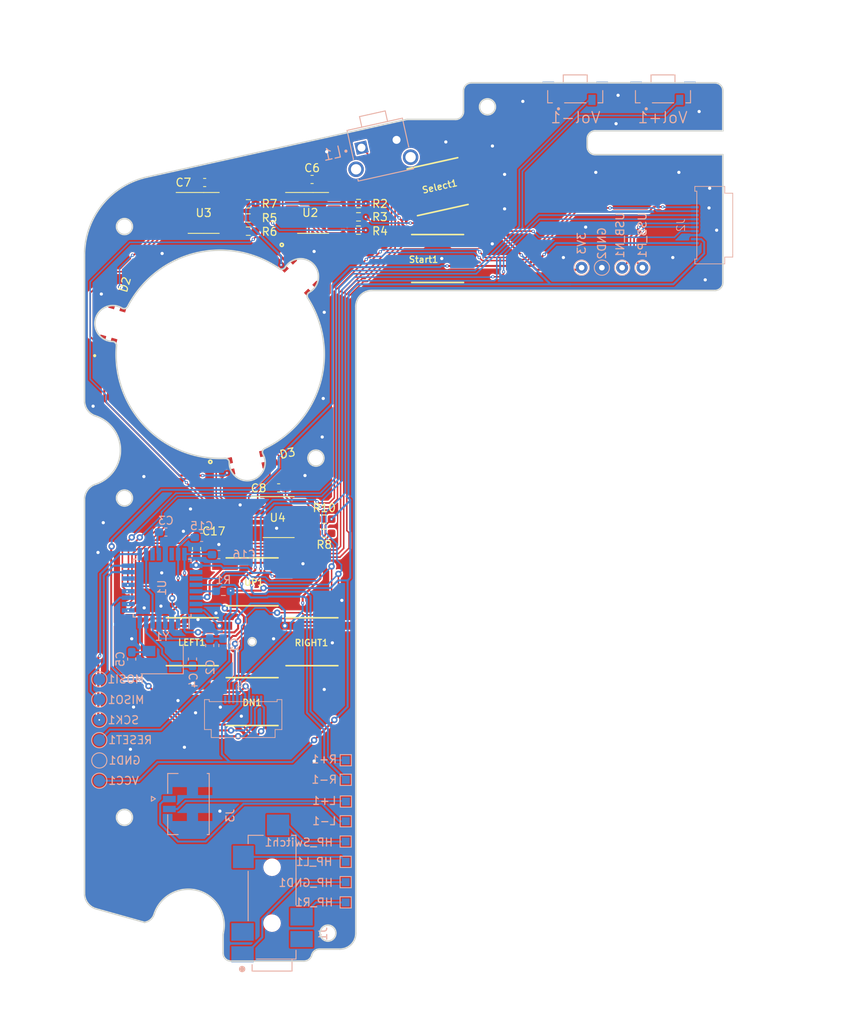
<source format=kicad_pcb>
(kicad_pcb (version 20221018) (generator pcbnew)
  (layers (0 "F.Cu" signal) (31 "B.Cu" signal) (34 "B.Paste" user) (35 "F.Paste" user) (36 "B.SilkS" user "B.Silkscreen") (37 "F.SilkS" user "F.Silkscreen") (38 "B.Mask" user) (39 "F.Mask" user) (44 "Edge.Cuts" user))
  (net 0 "")
  (net 3 "/Speaker-")
  (net 4 "/Speaker+")
  (net 5 "/I2C_SCL")
  (net 6 "/I2C_SDA")
  (net 7 "/TOUCH_USB_N")
  (net 8 "/TOUCH_USB_P")
  (net 9 "/LED")
  (net 10 "/3V3")
  (net 15 "GND")
  (net 16 "VCC")
  (net 17 "Net-(U1-AREF)")
  (net 18 "Net-(U1-~{RESET}{slash}PC6)")
  (net 19 "Net-(U1-XTAL1{slash}PB6)")
  (net 20 "Net-(U1-XTAL2{slash}PB7)")
  (net 21 "/DN")
  (net 22 "/LEFT")
  (net 23 "/RIGHT")
  (net 24 "/SELECT")
  (net 25 "/START")
  (net 26 "/L1")
  (net 27 "/L3")
  (net 28 "/VOL+")
  (net 29 "/VOL-")
  (net 30 "/X")
  (net 31 "/Y")
  (net 32 "/LZ")
  (net 33 "/UP")
  (net 34 "Net-(U1-PB3)")
  (net 35 "Net-(U1-PB4)")
  (net 36 "Net-(U1-PB5)")
  (net 38 "Net-(U2-VDD)")
  (net 39 "Net-(U3-VDD)")
  (net 40 "Net-(U4-VDD)")
  (net 41 "Net-(U2-DIN)")
  (net 42 "Net-(R4-Pad1)")
  (net 43 "Net-(U2-DO)")
  (net 44 "Net-(U3-DIN)")
  (net 45 "Net-(R6-Pad1)")
  (net 46 "Net-(U3-DO)")
  (net 47 "Net-(U4-DIN)")
  (net 48 "Net-(D1-RA)")
  (net 49 "Net-(D1-GA)")
  (net 50 "Net-(D1-BA)")
  (net 51 "Net-(D2-RA)")
  (net 52 "Net-(D2-GA)")
  (net 53 "Net-(D2-BA)")
  (net 55 "Net-(D3-RA)")
  (net 56 "Net-(D3-GA)")
  (net 57 "Net-(D3-BA)")
  (net 60 "/SLEEVE")
  (net 61 "/L")
  (net 62 "/R")
  (net 63 "/SWITCH")
  (net 65 "Net-(J3-Pad1)")
  (net 66 "Net-(J3-Pad2)")
  (footprint "Parts:SW_EVQ-Q2B02W" (layer "F.Cu") (at 133.32 108.32)
    (fp_text reference "LEFT1")
    (fp_text value "EVQ-Q2B02W")
  )
  (footprint "Resistor_SMD:R_0603_1608Metric_Pad0.98x0.95mm_HandSolder" (layer "F.Cu") (at 154.1545 56.769 180)
    (fp_text reference "R4")
    (fp_text value "R33" hide)
  )
  (footprint "Resistor_SMD:R_0603_1608Metric_Pad0.98x0.95mm_HandSolder" (layer "F.Cu") (at 154.1545 55.10297 180)
    (fp_text reference "R3")
    (fp_text value "R33" hide)
  )
  (footprint "LED_SMD:LED_T36K3BGR-05D000121U1930" (layer "F.Cu") (at 123.3623 68.4611 74)
    (fp_text reference "D2")
    (fp_text value "LED_BRGK")
  )
  (footprint "Parts:SW_EVQ-Q2B02W" (layer "F.Cu") (at 140.82 100.82)
    (fp_text reference "UP1")
    (fp_text value "EVQ-Q2B02W")
  )
  (footprint "Resistor_SMD:R_0603_1608Metric_Pad0.98x0.95mm_HandSolder" (layer "F.Cu") (at 149.86 94.742 180)
    (fp_text reference "R8")
    (fp_text value "R33" hide)
  )
  (footprint "Resistor_SMD:R_0603_1608Metric_Pad0.98x0.95mm_HandSolder" (layer "F.Cu") (at 140.335 55.245 180)
    (fp_text reference "R5")
    (fp_text value "R33")
  )
  (footprint "Resistor_SMD:R_0603_1608Metric_Pad0.98x0.95mm_HandSolder" (layer "F.Cu") (at 154.161156 53.428874 180)
    (fp_text reference "R2")
    (fp_text value "100R")
  )
  (footprint "Package_SO:SOP-8_3.9x4.9mm_P1.27mm" (layer "F.Cu") (at 148.463 54.61)
    (fp_text reference "U2")
    (fp_text value "WS2811")
  )
  (footprint "LED_SMD:LED_T36K3BGR-05D000121U1930" (layer "F.Cu") (at 146.8908 62.5948 -46)
    (fp_text reference "D1" hide)
    (fp_text value "LED_BRGK")
  )
  (footprint "Parts:SW_EVQ-Q2B02W" (layer "F.Cu") (at 164.07 51.32 12.5)
    (fp_text reference "Select1")
    (fp_text value "EVQ-Q2B02W")
  )
  (footprint "Capacitor_SMD:C_0603_1608Metric_Pad1.08x0.95mm_HandSolder" (layer "F.Cu") (at 144.145 89.047823)
    (fp_text reference "C8")
    (fp_text value "0.1uF")
  )
  (footprint "Resistor_SMD:R_0603_1608Metric_Pad0.98x0.95mm_HandSolder" (layer "F.Cu") (at 140.335 53.467 180)
    (fp_text reference "R7")
    (fp_text value "100R")
  )
  (footprint "Parts:SW_EVQ-Q2B02W" (layer "F.Cu") (at 140.82 115.82)
    (fp_text reference "DN1")
    (fp_text value "EVQ-Q2B02W")
  )
  (footprint "Parts:SW_EVQ-Q2B02W" (layer "F.Cu") (at 148.32 108.32)
    (fp_text reference "RIGHT1")
    (fp_text value "EVQ-Q2B02W")
  )
  (footprint "Parts:SW_EVQ-Q2B02W" (layer "F.Cu") (at 164.07 60.32)
    (fp_text reference "Start1")
    (fp_text value "EVQ-Q2B02W")
  )
  (footprint "Capacitor_SMD:C_0603_1608Metric_Pad1.08x0.95mm_HandSolder" (layer "F.Cu") (at 148.336 50.419)
    (fp_text reference "C6")
    (fp_text value "0.1uF")
  )
  (footprint "Capacitor_SMD:C_0603_1608Metric_Pad1.08x0.95mm_HandSolder" (layer "F.Cu") (at 134.874 50.8)
    (fp_text reference "C7")
    (fp_text value "0.1uF")
  )
  (footprint "LED_SMD:LED_T36K3BGR-05D000121U1930" (layer "F.Cu") (at 140.2069 85.9041 12)
    (fp_text reference "D3")
    (fp_text value "LED_BRGK")
  )
  (footprint "Package_SO:SOP-8_3.9x4.9mm_P1.27mm" (layer "F.Cu") (at 144.145 92.71)
    (fp_text reference "U4")
    (fp_text value "WS2811")
  )
  (footprint "Resistor_SMD:R_0603_1608Metric_Pad0.98x0.95mm_HandSolder" (layer "F.Cu") (at 140.335 56.896 180)
    (fp_text reference "R6")
    (fp_text value "R33")
  )
  (footprint "Capacitor_SMD:C_0603_1608Metric_Pad1.08x0.95mm_HandSolder" (layer "F.Cu") (at 133.858 96.647 -90)
    (fp_text reference "C17")
    (fp_text value "0.1uF")
  )
  (footprint "Resistor_SMD:R_0603_1608Metric_Pad0.98x0.95mm_HandSolder" (layer "F.Cu") (at 149.86 92.964 180)
    (fp_text reference "R10")
    (fp_text value "100R")
  )
  (footprint "Package_SO:SOP-8_3.9x4.9mm_P1.27mm" (layer "F.Cu") (at 134.747 54.61)
    (fp_text reference "U3")
    (fp_text value "WS2811")
  )
  (footprint "TestPoint:TestPoint_Pad_D1.5mm" (layer "B.Cu") (at 121.666 113.042 180)
    (fp_text reference "MOSI1")
    (fp_text value "MOSI")
  )
  (footprint "Parts:SW_TL1105VF160Q" (layer "B.Cu") (at 156.725536 45.947423 12.5)
    (fp_text reference "L1")
    (fp_text value "TL1105VF160Q")
  )
  (footprint "Package_QFP:TQFP-32_7x7mm_P0.8mm" (layer "B.Cu") (at 129.54 101.6 90)
    (fp_text reference "U1")
    (fp_text value "ATmega328P-A")
  )
  (footprint "TestPoint:TestPoint_Pad_1.0x1.0mm" (layer "B.Cu") (at 152.546525 133.35 180)
    (fp_text reference "HP_Switch1")
    (fp_text value "~")
  )
  (footprint "Parts:SW_TL3330AF130QG" (layer "B.Cu") (at 181.32 39.57)
    (fp_text reference "Vol-1")
    (fp_text value "TL3330AF130QG")
  )
  (footprint "TestPoint:TestPoint_Pad_D1.5mm" (layer "B.Cu") (at 121.666 123.19 180)
    (fp_text reference "GND1")
    (fp_text value "GND")
  )
  (footprint "Molex Easy On Connector:Molex 5052781033" (layer "B.Cu") (at 139.7 116.07 180)
    (fp_text reference "J4")
    (fp_text value "FFC2B28-10-G")
  )
  (footprint "Capacitor_SMD:C_0603_1608Metric_Pad1.08x0.95mm_HandSolder" (layer "B.Cu") (at 125.73 110.49 -90)
    (fp_text reference "C5")
    (fp_text value "22pF")
  )
  (footprint "TestPoint:TestPoint_Pad_1.0x1.0mm" (layer "B.Cu") (at 152.546525 135.89 180)
    (fp_text reference "HP_L1")
    (fp_text value "~")
  )
  (footprint "footprints:MOLEX_532617002" (layer "B.Cu") (at 132.842 128.651 90)
    (fp_text reference "J3")
    (fp_text value "532617002")
  )
  (footprint "Capacitor_SMD:C_0603_1608Metric_Pad1.08x0.95mm_HandSolder" (layer "B.Cu") (at 134.493 95.25 180)
    (fp_text reference "C15")
    (fp_text value "0.1uF")
  )
  (footprint "TestPoint:TestPoint_Pad_D1.5mm" (layer "B.Cu") (at 121.666 115.57 180)
    (fp_text reference "MISO1")
    (fp_text value "MISO")
  )
  (footprint "TestPoint:TestPoint_Pad_D1.5mm" (layer "B.Cu") (at 121.666 118.11 180)
    (fp_text reference "SCK1")
    (fp_text value "SCK")
  )
  (footprint "Capacitor_SMD:C_0603_1608Metric_Pad1.08x0.95mm_HandSolder" (layer "B.Cu") (at 136.652 97.409 180)
    (fp_text reference "C16")
    (fp_text value "0.1uF")
  )
  (footprint "TestPoint:TestPoint_Pad_1.0x1.0mm" (layer "B.Cu") (at 152.559968 125.613644 180)
    (fp_text reference "R-1")
    (fp_text value "~")
  )
  (footprint "Parts:CUI_SJ-43516-SMT" (layer "B.Cu") (at 143.32 140.32 90)
    (fp_text reference "J1")
    (fp_text value "SJ-43516-SMT")
  )
  (footprint "TestPoint:TestPoint_Pad_1.0x1.0mm" (layer "B.Cu") (at 152.559968 130.81 180)
    (fp_text reference "L-1")
    (fp_text value "~")
  )
  (footprint "Capacitor_SMD:C_0603_1608Metric_Pad1.08x0.95mm_HandSolder" (layer "B.Cu") (at 133.35 110.49 90)
    (fp_text reference "C4")
    (fp_text value "22pF")
  )
  (footprint "Capacitor_SMD:C_0603_1608Metric_Pad1.08x0.95mm_HandSolder" (layer "B.Cu") (at 130.009977 94.582264 180)
    (fp_text reference "C3")
    (fp_text value "0.1uF")
  )
  (footprint "TestPoint:TestPoint_THTPad_D1.5mm_Drill0.7mm" (layer "B.Cu") (at 187.198 61.468 180)
    (fp_text reference "USB_N1")
    (fp_text value "USB_N")
  )
  (footprint "TestPoint:TestPoint_Pad_D1.5mm" (layer "B.Cu") (at 121.666 125.73 180)
    (fp_text reference "VCC1")
    (fp_text value "VCC")
  )
  (footprint "Crystal:Crystal_SMD_5032-4Pin_5.0x3.2mm" (layer "B.Cu") (at 129.54 110.49 180)
    (fp_text reference "Y1")
    (fp_text value "16 MHZ")
  )
  (footprint "TestPoint:TestPoint_THTPad_D1.5mm_Drill0.7mm" (layer "B.Cu") (at 189.738 61.468 180)
    (fp_text reference "USB_P1")
    (fp_text value "USB_P")
  )
  (footprint "Capacitor_SMD:C_0603_1608Metric_Pad1.08x0.95mm_HandSolder" (layer "B.Cu") (at 135.506867 108.791641 -90)
    (fp_text reference "C2")
    (fp_text value "0.1uF")
  )
  (footprint "TestPoint:TestPoint_THTPad_D1.5mm_Drill0.7mm" (layer "B.Cu") (at 182.118 61.468 180)
    (fp_text reference "3V3")
    (fp_text value "3V3")
  )
  (footprint "TestPoint:TestPoint_Pad_1.0x1.0mm" (layer "B.Cu") (at 152.559968 123.164899 180)
    (fp_text reference "R+1")
    (fp_text value "~")
  )
  (footprint "Resistor_SMD:R_0603_1608Metric_Pad0.98x0.95mm_HandSolder" (layer "B.Cu") (at 137.216694 102.00631 180)
    (fp_text reference "R1")
    (fp_text value "1K")
  )
  (footprint "TestPoint:TestPoint_Pad_1.0x1.0mm" (layer "B.Cu") (at 152.546525 138.43 180)
    (fp_text reference "HP_GND1")
    (fp_text value "~")
  )
  (footprint "TestPoint:TestPoint_Pad_1.0x1.0mm" (layer "B.Cu") (at 152.546525 140.97 180)
    (fp_text reference "HP_R1")
    (fp_text value "~")
  )
  (footprint "Capacitor_SMD:C_0603_1608Metric_Pad1.08x0.95mm_HandSolder" (layer "B.Cu") (at 137.16 108.790409 90)
    (fp_text reference "C1")
    (fp_text value "4.7uF")
  )
  (footprint "TestPoint:TestPoint_Pad_1.0x1.0mm" (layer "B.Cu") (at 152.572273 128.336645 180)
    (fp_text reference "L+1")
    (fp_text value "~")
  )
  (footprint "TestPoint:TestPoint_THTPad_D1.5mm_Drill0.7mm" (layer "B.Cu") (at 184.658 61.468 180)
    (fp_text reference "GND2")
    (fp_text value "GND")
  )
  (footprint "Parts:SW_TL3330AF130QG" (layer "B.Cu") (at 192.32 39.57)
    (fp_text reference "Vol+1")
    (fp_text value "TL3330AF130QG")
  )
  (footprint "Molex Easy On Connector:Molex 5052781033" (layer "B.Cu") (at 196.809 56.142 -90)
    (fp_text reference "J2")
    (fp_text value "FFC2B28-10-G")
  )
  (footprint "TestPoint:TestPoint_Pad_D1.5mm" (layer "B.Cu") (at 121.666 120.65 180)
    (fp_text reference "RESET1")
    (fp_text value "RESET")
  )
  (gr_line (start 119.82 59.883467) (end 119.82 78.135342) (stroke (width 0.2)) (layer "Edge.Cuts"))
  (gr_circle (center 140.82 108.32) (end 141.32 108.32) (stroke (width 0.2)) (fill none) (layer "Edge.Cuts"))
  (gr_arc (start 121.204615 80.038313) (mid 120.202785 79.312038) (end 119.82 78.135342) (stroke (width 0.2)) (layer "Edge.Cuts"))
  (gr_line (start 153.82 144.82) (end 153.82 66.32) (stroke (width 0.2)) (layer "Edge.Cuts"))
  (gr_line (start 199.82 44.32) (end 199.82 39.32) (stroke (width 0.2)) (layer "Edge.Cuts"))
  (gr_arc (start 182.82 45.32) (mid 183.112893 44.612893) (end 183.82 44.32) (stroke (width 0.2)) (layer "Edge.Cuts"))
  (gr_arc (start 160.165924 42.913143) (mid 160.21971 42.904264) (end 160.274144 42.901291) (stroke (width 0.2)) (layer "Edge.Cuts"))
  (gr_arc (start 128.535512 142.444078) (mid 133.985466 139.473543) (end 137.218095 144.77224) (stroke (width 0.2)) (layer "Edge.Cuts"))
  (gr_arc (start 125.223964 66.333812) (mid 124.91612 66.585482) (end 124.521974 66.532933) (stroke (width 0.2)) (layer "Edge.Cuts"))
  (gr_line (start 199.82 47.32) (end 183.82 47.32) (stroke (width 0.2)) (layer "Edge.Cuts"))
  (gr_circle (center 148.82 85.32) (end 149.82 85.32) (stroke (width 0.2)) (fill none) (layer "Edge.Cuts"))
  (gr_line (start 138.184127 148.32) (end 147.32 148.32) (stroke (width 0.2)) (layer "Edge.Cuts"))
  (gr_arc (start 123.324004 70.71075) (mid 121.199504 67.840897) (end 124.521974 66.532933) (stroke (width 0.2)) (layer "Edge.Cuts"))
  (gr_line (start 198.82 38.32) (end 168.32 38.32) (stroke (width 0.2)) (layer "Edge.Cuts"))
  (gr_arc (start 119.82 90.504658) (mid 120.202786 89.327962) (end 121.204615 88.601687) (stroke (width 0.2)) (layer "Edge.Cuts"))
  (gr_arc (start 142.174347 84.8125) (mid 142.135583 84.416756) (end 142.397845 84.117887) (stroke (width 0.2)) (layer "Edge.Cuts"))
  (gr_arc (start 147.802209 65.270632) (mid 149.364465 75.917068) (end 142.397845 84.117887) (stroke (width 0.2)) (layer "Edge.Cuts"))
  (gr_arc (start 148.288246 147.57) (mid 147.932373 148.11057) (end 147.32 148.32) (stroke (width 0.2)) (layer "Edge.Cuts"))
  (gr_line (start 137.184127 145.089653) (end 137.184127 147.32) (stroke (width 0.2)) (layer "Edge.Cuts"))
  (gr_line (start 119.82 90.504658) (end 119.82 139.848468) (stroke (width 0.2)) (layer "Edge.Cuts"))
  (gr_circle (center 124.82 130.32) (end 125.82 130.32) (stroke (width 0.2)) (fill none) (layer "Edge.Cuts"))
  (gr_arc (start 147.802209 65.270632) (mid 147.738182 64.878193) (end 147.98076 64.563131) (stroke (width 0.2)) (layer "Edge.Cuts"))
  (gr_arc (start 123.324004 70.71075) (mid 123.686118 70.875045) (end 123.813807 71.251612) (stroke (width 0.2)) (layer "Edge.Cuts"))
  (gr_line (start 182.82 46.32) (end 182.82 45.32) (stroke (width 0.2)) (layer "Edge.Cuts"))
  (gr_circle (center 124.82 56.32) (end 125.82 56.32) (stroke (width 0.2)) (fill none) (layer "Edge.Cuts"))
  (gr_arc (start 199.82 63.32) (mid 199.527107 64.027107) (end 198.82 64.32) (stroke (width 0.2)) (layer "Edge.Cuts"))
  (gr_arc (start 198.82 38.32) (mid 199.527107 38.612893) (end 199.82 39.32) (stroke (width 0.2)) (layer "Edge.Cuts"))
  (gr_arc (start 167.32 39.32) (mid 167.612893 38.612893) (end 168.32 38.32) (stroke (width 0.2)) (layer "Edge.Cuts"))
  (gr_arc (start 119.82 59.883467) (mid 122.021156 53.624234) (end 127.655604 50.120507) (stroke (width 0.2)) (layer "Edge.Cuts"))
  (gr_line (start 199.82 63.32) (end 199.82 47.32) (stroke (width 0.2)) (layer "Edge.Cuts"))
  (gr_arc (start 137.433827 85.355556) (mid 137.80567 85.496345) (end 137.957266 85.863937) (stroke (width 0.2)) (layer "Edge.Cuts"))
  (gr_arc (start 144.961649 61.436749) (mid 144.638313 61.668182) (end 144.248347 61.590501) (stroke (width 0.2)) (layer "Edge.Cuts"))
  (gr_arc (start 167.32 41.901291) (mid 167.02711 42.608404) (end 166.32 42.901291) (stroke (width 0.2)) (layer "Edge.Cuts"))
  (gr_circle (center 124.82 90.32) (end 125.82 90.32) (stroke (width 0.2)) (fill none) (layer "Edge.Cuts"))
  (gr_circle (center 170.32 41.32) (end 171.32 41.32) (stroke (width 0.2)) (fill none) (layer "Edge.Cuts"))
  (gr_line (start 183.82 44.32) (end 199.82 44.32) (stroke (width 0.2)) (layer "Edge.Cuts"))
  (gr_arc (start 137.184127 145.089653) (mid 137.192648 144.930041) (end 137.218095 144.77224) (stroke (width 0.2)) (layer "Edge.Cuts"))
  (gr_arc (start 137.433827 85.355556) (mid 127.432615 81.385292) (end 123.813807 71.251612) (stroke (width 0.2)) (layer "Edge.Cuts"))
  (gr_line (start 166.32 42.901291) (end 160.274144 42.901291) (stroke (width 0.2)) (layer "Edge.Cuts"))
  (gr_line (start 121.28074 141.774396) (end 127.331468 143.4686) (stroke (width 0.2)) (layer "Edge.Cuts"))
  (gr_circle (center 150.32 144.82) (end 151.32 144.82) (stroke (width 0.2)) (fill none) (layer "Edge.Cuts"))
  (gr_arc (start 142.174347 84.8125) (mid 140.751235 88.087302) (end 137.957266 85.863937) (stroke (width 0.2)) (layer "Edge.Cuts"))
  (gr_arc (start 153.82 144.82) (mid 153.234214 146.234214) (end 151.82 146.82) (stroke (width 0.2)) (layer "Edge.Cuts"))
  (gr_line (start 167.32 39.32) (end 167.32 41.901291) (stroke (width 0.2)) (layer "Edge.Cuts"))
  (gr_arc (start 148.288246 147.57) (mid 148.644119 147.029427) (end 149.256492 146.82) (stroke (width 0.2)) (layer "Edge.Cuts"))
  (gr_line (start 155.82 64.32) (end 198.82 64.32) (stroke (width 0.2)) (layer "Edge.Cuts"))
  (gr_line (start 149.256492 146.82) (end 151.82 146.82) (stroke (width 0.2)) (layer "Edge.Cuts"))
  (gr_arc (start 144.961649 61.436749) (mid 148.509276 61.031798) (end 147.98076 64.563131) (stroke (width 0.2)) (layer "Edge.Cuts"))
  (gr_line (start 160.165924 42.913143) (end 127.655604 50.120507) (stroke (width 0.2)) (layer "Edge.Cuts"))
  (gr_arc (start 125.223964 66.333812) (mid 133.662919 59.657641) (end 144.248347 61.590501) (stroke (width 0.2)) (layer "Edge.Cuts"))
  (gr_arc (start 138.184127 148.32) (mid 137.477003 148.027116) (end 137.184127 147.32) (stroke (width 0.2)) (layer "Edge.Cuts"))
  (gr_arc (start 128.535512 142.444078) (mid 128.079417 143.127835) (end 127.331468 143.4686) (stroke (width 0.2)) (layer "Edge.Cuts"))
  (gr_arc (start 121.28074 141.774396) (mid 120.226495 141.057079) (end 119.82 139.848468) (stroke (width 0.2)) (layer "Edge.Cuts"))
  (gr_arc (start 183.82 47.32) (mid 183.112893 47.027107) (end 182.82 46.32) (stroke (width 0.2)) (layer "Edge.Cuts"))
  (gr_arc (start 153.82 66.32) (mid 154.405786 64.905786) (end 155.82 64.32) (stroke (width 0.2)) (layer "Edge.Cuts"))
  (gr_arc (start 121.204615 80.038313) (mid 124.32 84.32) (end 121.204615 88.601687) (stroke (width 0.2)) (layer "Edge.Cuts"))
  (segment (start 169.675804 60.579) (end 173.736 60.579) (width 0.19) (layer "F.Cu") (net 3))
  (segment (start 150.482 90.945) (end 151.13 90.297) (width 0.19) (layer "F.Cu") (net 3))
  (segment (start 151.13 64.43377) (end 155.12827 60.4355) (width 0.19) (layer "F.Cu") (net 3))
  (segment (start 140.846765 99.717496) (end 140.465686 99.717496) (width 0.25) (layer "F.Cu") (net 3))
  (segment (start 191.135 53.848) (end 192.278 53.848) (width 0.19) (layer "F.Cu") (net 3))
  (segment (start 151.13 90.297) (end 151.13 64.43377) (width 0.19) (layer "F.Cu") (net 3))
  (segment (start 149.111 90.945) (end 150.482 90.945) (width 0.19) (layer "F.Cu") (net 3))
  (segment (start 173.990001 60.833) (end 175.049544 60.833) (width 0.19) (layer "F.Cu") (net 3))
  (segment (start 139.505821 100.677361) (end 139.505821 101.081058) (width 0.25) (layer "F.Cu") (net 3))
  (segment (start 140.465686 99.717496) (end 139.505821 100.677361) (width 0.25) (layer "F.Cu") (net 3))
  (segment (start 190.5 54.483) (end 191.135 53.848) (width 0.19) (layer "F.Cu") (net 3))
  (segment (start 148.971 90.805) (end 149.111 90.945) (width 0.19) (layer "F.Cu") (net 3))
  (segment (start 141.224846 99.339415) (end 140.846765 99.717496) (width 0.25) (layer "F.Cu") (net 3))
  (segment (start 169.292902 60.196098) (end 169.675804 60.579) (width 0.19) (layer "F.Cu") (net 3))
  (segment (start 175.049544 60.833) (end 181.399544 54.483) (width 0.19) (layer "F.Cu") (net 3))
  (segment (start 181.399544 54.483) (end 190.5 54.483) (width 0.19) (layer "F.Cu") (net 3))
  (segment (start 173.736 60.579) (end 173.990001 60.833) (width 0.19) (layer "F.Cu") (net 3))
  (segment (start 141.224846 99.001158) (end 141.224846 99.339415) (width 0.25) (layer "F.Cu") (net 3))
  (via micro (at 192.278 53.848) (size 0.4) (drill 0.2) (layers "F.Cu" "B.Cu") (net 3))
  (via micro (at 141.224846 99.001158) (size 0.4) (drill 0.2) (layers "F.Cu" "B.Cu") (net 3))
  (via micro (at 139.505821 101.081058) (size 0.4) (drill 0.2) (layers "F.Cu" "B.Cu") (net 3))
  (via micro (at 155.12827 60.4355) (size 0.4) (drill 0.2) (layers "F.Cu" "B.Cu") (net 3))
  (via micro (at 169.292902 60.196098) (size 0.4) (drill 0.2) (layers "F.Cu" "B.Cu") (net 3))
  (via micro (at 148.971 90.805) (size 0.4) (drill 0.2) (layers "F.Cu" "B.Cu") (net 3))
  (segment (start 157.099 60.071) (end 155.49277 60.071) (width 0.19) (layer "B.Cu") (net 3))
  (segment (start 140.650049 102.775) (end 142.726701 102.775) (width 0.25) (layer "B.Cu") (net 3))
  (segment (start 155.49277 60.071) (end 155.12827 60.4355) (width 0.19) (layer "B.Cu") (net 3))
  (segment (start 139.501572 101.626523) (end 140.650049 102.775) (width 0.25) (layer "B.Cu") (net 3))
  (segment (start 149.86 119.38) (end 149.86 122.913676) (width 0.25) (layer "B.Cu") (net 3))
  (segment (start 147.364618 102.6724) (end 147.692368 103.00015) (width 0.25) (layer "B.Cu") (net 3))
  (segment (start 139.505821 101.081058) (end 139.501572 101.085307) (width 0.25) (layer "B.Cu") (net 3))
  (segment (start 142.829301 102.6724) (end 147.364618 102.6724) (width 0.25) (layer "B.Cu") (net 3))
  (segment (start 139.501572 101.085307) (end 139.501572 101.626523) (width 0.25) (layer "B.Cu") (net 3))
  (segment (start 148.971 90.805) (end 148.708935 90.542935) (width 0.25) (layer "B.Cu") (net 3))
  (segment (start 141.224846 92.707758) (end 141.224846 99.001158) (width 0.25) (layer "B.Cu") (net 3))
  (segment (start 169.292902 60.196098) (end 168.668804 59.572) (width 0.19) (layer "B.Cu") (net 3))
  (segment (start 192.322 53.892) (end 196.411 53.892) (width 0.19) (layer "B.Cu") (net 3))
  (segment (start 143.389669 90.542935) (end 141.224846 92.707758) (width 0.25) (layer "B.Cu") (net 3))
  (segment (start 149.86 122.913676) (end 152.559968 125.613644) (width 0.25) (layer "B.Cu") (net 3))
  (segment (start 148.708935 90.542935) (end 143.389669 90.542935) (width 0.25) (layer "B.Cu") (net 3))
  (segment (start 157.598 59.572) (end 157.099 60.071) (width 0.19) (layer "B.Cu") (net 3))
  (segment (start 142.726701 102.775) (end 142.829301 102.6724) (width 0.25) (layer "B.Cu") (net 3))
  (segment (start 147.692368 103.00015) (end 147.692368 117.212368) (width 0.25) (layer "B.Cu") (net 3))
  (segment (start 147.692368 117.212368) (end 149.86 119.38) (width 0.25) (layer "B.Cu") (net 3))
  (segment (start 192.278 53.848) (end 192.322 53.892) (width 0.19) (layer "B.Cu") (net 3))
  (segment (start 168.668804 59.572) (end 157.598 59.572) (width 0.19) (layer "B.Cu") (net 3))
  (segment (start 140.754694 100.799306) (end 140.754694 101.291207) (width 0.25) (layer "F.Cu") (net 4))
  (segment (start 169.3545 59.4995) (end 170.044 60.189) (width 0.19) (layer "F.Cu") (net 4))
  (segment (start 141.904877 99.170926) (end 141.904877 99.649123) (width 0.25) (layer "F.Cu") (net 4))
  (segment (start 151.52 64.820869) (end 151.52 90.458544) (width 0.19) (layer "F.Cu") (net 4))
  (segment (start 156.858149 59.48272) (end 151.52 64.820869) (width 0.19) (layer "F.Cu") (net 4))
  (segment (start 150.538544 91.44) (end 149.352 91.44) (width 0.19) (layer "F.Cu") (net 4))
  (segment (start 174.888 60.443) (end 181.342501 53.9885) (width 0.19) (layer "F.Cu") (net 4))
  (segment (start 170.044 60.189) (end 173.897544 60.189) (width 0.19) (layer "F.Cu") (net 4))
  (segment (start 173.897544 60.189) (end 174.151544 60.443) (width 0.19) (layer "F.Cu") (net 4))
  (segment (start 156.89172 59.48272) (end 156.858149 59.48272) (width 0.19) (layer "F.Cu") (net 4))
  (segment (start 151.52 90.458544) (end 150.538544 91.44) (width 0.19) (layer "F.Cu") (net 4))
  (segment (start 174.151544 60.443) (end 174.888 60.443) (width 0.19) (layer "F.Cu") (net 4))
  (segment (start 141.904877 99.649123) (end 140.754694 100.799306) (width 0.25) (layer "F.Cu") (net 4))
  (segment (start 181.342501 53.9885) (end 185.674 53.9885) (width 0.19) (layer "F.Cu") (net 4))
  (via micro (at 140.754694 101.291207) (size 0.4) (drill 0.2) (layers "F.Cu" "B.Cu") (net 4))
  (via micro (at 141.904877 99.170926) (size 0.4) (drill 0.2) (layers "F.Cu" "B.Cu") (net 4))
  (via micro (at 156.89172 59.48272) (size 0.4) (drill 0.2) (layers "F.Cu" "B.Cu") (net 4))
  (via micro (at 169.3545 59.4995) (size 0.4) (drill 0.2) (layers "F.Cu" "B.Cu") (net 4))
  (via micro (at 185.674 53.9885) (size 0.4) (drill 0.2) (layers "F.Cu" "B.Cu") (net 4))
  (via micro (at 149.352 91.44) (size 0.4) (drill 0.2) (layers "F.Cu" "B.Cu") (net 4))
  (segment (start 149.352 91.44) (end 148.844 91.44) (width 0.25) (layer "B.Cu") (net 4))
  (segment (start 150.747619 123.164899) (end 152.559968 123.164899) (width 0.25) (layer "B.Cu") (net 4))
  (segment (start 147.564486 102.05) (end 148.142368 102.627882) (width 0.25) (layer "B.Cu") (net 4))
  (segment (start 185.6875 53.975) (end 191.135 53.975) (width 0.19) (layer "B.Cu") (net 4))
  (segment (start 185.674 53.9885) (end 185.6875 53.975) (width 0.19) (layer "B.Cu") (net 4))
  (segment (start 141.061396 102.325) (end 142.540305 102.325) (width 0.25) (layer "B.Cu") (net 4))
  (segment (start 191.135 53.975) (end 191.552 54.392) (width 0.19) (layer "B.Cu") (net 4))
  (segment (start 156.89172 59.48272) (end 157.19244 59.182) (width 0.19) (layer "B.Cu") (net 4))
  (segment (start 150.31636 119.199964) (end 150.31636 122.73364) (width 0.25) (layer "B.Cu") (net 4))
  (segment (start 148.844 91.44) (end 148.396935 90.992935) (width 0.25) (layer "B.Cu") (net 4))
  (segment (start 141.904877 92.664123) (end 141.904877 99.170926) (width 0.25) (layer "B.Cu") (net 4))
  (segment (start 148.396935 90.992935) (end 143.576065 90.992935) (width 0.25) (layer "B.Cu") (net 4))
  (segment (start 143.576065 90.992935) (end 141.904877 92.664123) (width 0.25) (layer "B.Cu") (net 4))
  (segment (start 142.815305 102.05) (end 147.564486 102.05) (width 0.25) (layer "B.Cu") (net 4))
  (segment (start 191.552 54.392) (end 196.411 54.392) (width 0.19) (layer "B.Cu") (net 4))
  (segment (start 142.540305 102.325) (end 142.815305 102.05) (width 0.25) (layer "B.Cu") (net 4))
  (segment (start 140.754694 102.018298) (end 141.061396 102.325) (width 0.25) (layer "B.Cu") (net 4))
  (segment (start 140.754694 101.291207) (end 140.754694 102.018298) (width 0.25) (layer "B.Cu") (net 4))
  (segment (start 148.142368 117.025972) (end 150.31636 119.199964) (width 0.25) (layer "B.Cu") (net 4))
  (segment (start 169.037 59.182) (end 169.3545 59.4995) (width 0.19) (layer "B.Cu") (net 4))
  (segment (start 148.142368 102.627882) (end 148.142368 117.025972) (width 0.25) (layer "B.Cu") (net 4))
  (segment (start 150.31636 122.73364) (end 150.747619 123.164899) (width 0.25) (layer "B.Cu") (net 4))
  (segment (start 157.19244 59.182) (end 169.037 59.182) (width 0.19) (layer "B.Cu") (net 4))
  (segment (start 138.6845 108.321554) (end 138.6845 108.577437) (width 0.19) (layer "F.Cu") (net 5))
  (segment (start 148.59 105.41) (end 141.596054 105.41) (width 0.19) (layer "F.Cu") (net 5))
  (segment (start 151.637145 102.362855) (end 148.59 105.41) (width 0.19) (layer "F.Cu") (net 5))
  (segment (start 151.637145 99.822358) (end 151.637145 102.362855) (width 0.19) (layer "F.Cu") (net 5))
  (segment (start 141.596054 105.41) (end 138.6845 108.321554) (width 0.19) (layer "F.Cu") (net 5))
  (via (at 151.637145 99.822358) (size 0.8) (drill 0.4) (layers "F.Cu" "B.Cu") (net 5))
  (via (at 138.6845 108.577437) (size 0.8) (drill 0.4) (layers "F.Cu" "B.Cu") (net 5))
  (segment (start 153.858039 63.105) (end 171.199069 63.105) (width 0.19) (layer "B.Cu") (net 5))
  (segment (start 176.806614 54.892) (end 196.411 54.892) (width 0.19) (layer "B.Cu") (net 5))
  (segment (start 138.6845 112.721027) (end 137.95 113.455527) (width 0.19) (layer "B.Cu") (net 5))
  (segment (start 150.056 92.114859) (end 152.486 89.684859) (width 0.19) (layer "B.Cu") (net 5))
  (segment (start 136.474108 101.2) (end 137.672341 100.001767) (width 0.19) (layer "B.Cu") (net 5))
  (segment (start 152.019 99.440503) (end 152.019 98.679) (width 0.19) (layer "B.Cu") (net 5))
  (segment (start 171.488533 62.815536) (end 171.488533 60.210081) (width 0.19) (layer "B.Cu") (net 5))
  (segment (start 152.486 64.477039) (end 153.858039 63.105) (width 0.19) (layer "B.Cu") (net 5))
  (segment (start 142.815305 101.15) (end 150.309503 101.15) (width 0.19) (layer "B.Cu") (net 5))
  (segment (start 150.056 94.682604) (end 150.056 92.114859) (width 0.19) (layer "B.Cu") (net 5))
  (segment (start 152.486 89.684859) (end 152.486 64.477039) (width 0.19) (layer "B.Cu") (net 5))
  (segment (start 138.6845 108.577437) (end 138.6845 112.721027) (width 0.19) (layer "B.Cu") (net 5))
  (segment (start 133.79 101.2) (end 136.474108 101.2) (width 0.19) (layer "B.Cu") (net 5))
  (segment (start 151.637145 99.822358) (end 150.309503 101.15) (width 0.19) (layer "B.Cu") (net 5))
  (segment (start 142.315805 100.6505) (end 142.815305 101.15) (width 0.19) (layer "B.Cu") (net 5))
  (segment (start 151.453 96.079604) (end 150.056 94.682604) (width 0.19) (layer "B.Cu") (net 5))
  (segment (start 151.453 98.113) (end 151.453 96.079604) (width 0.19) (layer "B.Cu") (net 5))
  (segment (start 137.672341 100.001767) (end 139.929465 100.001767) (width 0.19) (layer "B.Cu") (net 5))
  (segment (start 139.929465 100.001767) (end 140.578198 100.6505) (width 0.19) (layer "B.Cu") (net 5))
  (segment (start 171.199069 63.105) (end 171.488533 62.815536) (width 0.19) (layer "B.Cu") (net 5))
  (segment (start 140.578198 100.6505) (end 142.315805 100.6505) (width 0.19) (layer "B.Cu") (net 5))
  (segment (start 151.637145 99.822358) (end 152.019 99.440503) (width 0.19) (layer "B.Cu") (net 5))
  (segment (start 171.488533 60.210081) (end 176.806614 54.892) (width 0.19) (layer "B.Cu") (net 5))
  (segment (start 137.95 113.455527) (end 137.95 115.59) (width 0.19) (layer "B.Cu") (net 5))
  (segment (start 152.019 98.679) (end 151.453 98.113) (width 0.19) (layer "B.Cu") (net 5))
  (segment (start 150.779461 98.888559) (end 150.784 98.893098) (width 0.19) (layer "F.Cu") (net 6))
  (segment (start 150.784 98.893098) (end 150.784 102.579604) (width 0.19) (layer "F.Cu") (net 6))
  (segment (start 147.32 104.96) (end 147.044718 104.684718) (width 0.19) (layer "F.Cu") (net 6))
  (segment (start 148.403604 104.96) (end 147.32 104.96) (width 0.19) (layer "F.Cu") (net 6))
  (segment (start 171.9585 62.6105) (end 170.993533 62.6105) (width 0.19) (layer "F.Cu") (net 6))
  (segment (start 147.044718 104.684718) (end 143.962321 104.684718) (width 0.19) (layer "F.Cu") (net 6))
  (segment (start 172.339 61.976) (end 172.339 62.23) (width 0.19) (layer "F.Cu") (net 6))
  (segment (start 172.339 62.23) (end 171.9585 62.6105) (width 0.19) (layer "F.Cu") (net 6))
  (segment (start 150.784 102.579604) (end 148.403604 104.96) (width 0.19) (layer "F.Cu") (net 6))
  (segment (start 143.962321 104.684718) (end 143.961539 104.6855) (width 0.19) (layer "F.Cu") (net 6))
  (via micro (at 170.993533 62.6105) (size 0.4) (drill 0.2) (layers "F.Cu" "B.Cu") (net 6))
  (via (at 150.779461 98.888559) (size 0.8) (drill 0.4) (layers "F.Cu" "B.Cu") (net 6))
  (via micro (at 172.339 61.976) (size 0.4) (drill 0.2) (layers "F.Cu" "B.Cu") (net 6))
  (via (at 143.961539 104.6855) (size 0.8) (drill 0.4) (layers "F.Cu" "B.Cu") (net 6))
  (segment (start 133.79 100.4) (end 136.637712 100.4) (width 0.19) (layer "B.Cu") (net 6))
  (segment (start 139.972359 105.890157) (end 139.500269 106.362247) (width 0.19) (layer "B.Cu") (net 6))
  (segment (start 143.088624 104.6855) (end 142.48361 104.080486) (width 0.19) (layer "B.Cu") (net 6))
  (segment (start 142.48361 104.080486) (end 141.174771 104.080486) (width 0.19) (layer "B.Cu") (net 6))
  (segment (start 152.096 64.230643) (end 152.096 88.139363) (width 0.19) (layer "B.Cu") (net 6))
  (segment (start 172.339 61.976) (end 172.339 59.911158) (width 0.19) (layer "B.Cu") (net 6))
  (segment (start 139.1345 112.907423) (end 138.45 113.591923) (width 0.19) (layer "B.Cu") (net 6))
  (segment (start 140.115861 99.551767) (end 140.764594 100.2005) (width 0.19) (layer "B.Cu") (net 6))
  (segment (start 140.764594 100.2005) (end 142.502201 100.2005) (width 0.19) (layer "B.Cu") (net 6))
  (segment (start 150.779461 98.888559) (end 148.971505 100.696515) (width 0.19) (layer "B.Cu") (net 6))
  (segment (start 149.606 90.629363) (end 149.606 90.951537) (width 0.19) (layer "B.Cu") (net 6))
  (segment (start 143.961539 104.6855) (end 143.088624 104.6855) (width 0.19) (layer "B.Cu") (net 6))
  (segment (start 153.671643 62.655) (end 152.096 64.230643) (width 0.19) (layer "B.Cu") (net 6))
  (segment (start 152.096 88.139363) (end 149.606 90.629363) (width 0.19) (layer "B.Cu") (net 6))
  (segment (start 139.972359 105.282898) (end 139.972359 105.890157) (width 0.19) (layer "B.Cu") (net 6))
  (segment (start 141.174771 104.080486) (end 139.972359 105.282898) (width 0.19) (layer "B.Cu") (net 6))
  (segment (start 151.003 98.66502) (end 150.779461 98.888559) (width 0.19) (layer "B.Cu") (net 6))
  (segment (start 149.877 91.222537) (end 149.877 91.657463) (width 0.19) (layer "B.Cu") (net 6))
  (segment (start 139.1345 109.506082) (end 139.1345 112.907423) (width 0.19) (layer "B.Cu") (net 6))
  (segment (start 136.637712 100.4) (end 137.485945 99.551767) (width 0.19) (layer "B.Cu") (net 6))
  (segment (start 172.339 59.911158) (end 176.858158 55.392) (width 0.19) (layer "B.Cu") (net 6))
  (segment (start 137.485945 99.551767) (end 140.115861 99.551767) (width 0.19) (layer "B.Cu") (net 6))
  (segment (start 139.500269 106.362247) (end 139.500269 109.140313) (width 0.19) (layer "B.Cu") (net 6))
  (segment (start 139.500269 109.140313) (end 139.1345 109.506082) (width 0.19) (layer "B.Cu") (net 6))
  (segment (start 176.858158 55.392) (end 196.411 55.392) (width 0.19) (layer "B.Cu") (net 6))
  (segment (start 149.606 91.928463) (end 149.606 94.869) (width 0.19) (layer "B.Cu") (net 6))
  (segment (start 149.606 94.869) (end 151.003 96.266) (width 0.19) (layer "B.Cu") (net 6))
  (segment (start 148.971505 100.696515) (end 148.971505 100.7) (width 0.19) (layer "B.Cu") (net 6))
  (segment (start 138.45 113.591923) (end 138.45 115.59) (width 0.19) (layer "B.Cu") (net 6))
  (segment (start 151.003 96.266) (end 151.003 98.66502) (width 0.19) (layer "B.Cu") (net 6))
  (segment (start 171.025 62.655) (end 153.671643 62.655) (width 0.19) (layer "B.Cu") (net 6))
  (segment (start 142.502201 100.2005) (end 143.001701 100.7) (width 0.19) (layer "B.Cu") (net 6))
  (segment (start 149.606 90.951537) (end 149.877 91.222537) (width 0.19) (layer "B.Cu") (net 6))
  (segment (start 149.877 91.657463) (end 149.606 91.928463) (width 0.19) (layer "B.Cu") (net 6))
  (segment (start 143.001701 100.7) (end 148.971505 100.7) (width 0.19) (layer "B.Cu") (net 6))
  (segment (start 188.242999 57.564802) (end 189.25419 56.553611) (width 0.2) (layer "F.Cu") (net 7))
  (segment (start 188.242999 60.423001) (end 188.242999 57.564802) (width 0.2) (layer "F.Cu") (net 7))
  (segment (start 189.25419 56.553611) (end 189.25419 56.41219) (width 0.2) (layer "F.Cu") (net 7))
  (segment (start 187.198 61.468) (end 188.242999 60.423001) (width 0.2) (layer "F.Cu") (net 7))
  (via micro (at 189.25419 56.41219) (size 0.4) (drill 0.2) (layers "F.Cu" "B.Cu") (net 7))
  (segment (start 195.558999 55.892) (end 196.309 55.892) (width 0.2) (layer "B.Cu") (net 7))
  (segment (start 189.890801 55.917) (end 195.533999 55.917) (width 0.2) (layer "B.Cu") (net 7))
  (segment (start 195.533999 55.917) (end 195.558999 55.892) (width 0.2) (layer "B.Cu") (net 7))
  (segment (start 189.25419 56.41219) (end 189.395611 56.41219) (width 0.2) (layer "B.Cu") (net 7))
  (segment (start 189.395611 56.41219) (end 189.890801 55.917) (width 0.2) (layer "B.Cu") (net 7))
  (segment (start 189.572389 56.87181) (end 189.71381 56.87181) (width 0.2) (layer "F.Cu") (net 8))
  (segment (start 188.693001 60.423001) (end 188.693001 57.751198) (width 0.2) (layer "F.Cu") (net 8))
  (segment (start 188.693001 57.751198) (end 189.572389 56.87181) (width 0.2) (layer "F.Cu") (net 8))
  (segment (start 189.738 61.468) (end 188.693001 60.423001) (width 0.2) (layer "F.Cu") (net 8))
  (via micro (at 189.71381 56.87181) (size 0.4) (drill 0.2) (layers "F.Cu" "B.Cu") (net 8))
  (segment (start 189.71381 56.87181) (end 189.71381 56.730389) (width 0.2) (layer "B.Cu") (net 8))
  (segment (start 189.71381 56.730389) (end 190.077199 56.367) (width 0.2) (layer "B.Cu") (net 8))
  (segment (start 195.558999 56.392) (end 196.309 56.392) (width 0.2) (layer "B.Cu") (net 8))
  (segment (start 190.077199 56.367) (end 195.533999 56.367) (width 0.2) (layer "B.Cu") (net 8))
  (segment (start 195.533999 56.367) (end 195.558999 56.392) (width 0.2) (layer "B.Cu") (net 8))
  (segment (start 171.15497 55.88) (end 160.655 55.88) (width 0.19) (layer "F.Cu") (net 9))
  (segment (start 172.16697 56.892) (end 171.15497 55.88) (width 0.19) (layer "F.Cu") (net 9))
  (segment (start 176.039744 56.909744) (end 176.022 56.892) (width 0.19) (layer "F.Cu") (net 9))
  (segment (start 176.022 56.892) (end 172.16697 56.892) (width 0.19) (layer "F.Cu") (net 9))
  (via micro (at 155.067 55.10297) (size 0.4) (drill 0.2) (layers "F.Cu" "B.Cu") (net 9))
  (via micro (at 160.655 55.88) (size 0.4) (drill 0.2) (layers "F.Cu" "B.Cu") (net 9))
  (via micro (at 176.039744 56.909744) (size 0.4) (drill 0.2) (layers "F.Cu" "B.Cu") (net 9))
  (segment (start 194.54187 56.892) (end 196.411 56.892) (width 0.19) (layer "B.Cu") (net 9))
  (segment (start 193.77587 57.658) (end 194.54187 56.892) (width 0.19) (layer "B.Cu") (net 9))
  (segment (start 160.655 55.88) (end 155.84403 55.88) (width 0.19) (layer "B.Cu") (net 9))
  (segment (start 176.039744 56.909744) (end 176.788 57.658) (width 0.19) (layer "B.Cu") (net 9))
  (segment (start 176.788 57.658) (end 193.77587 57.658) (width 0.19) (layer "B.Cu") (net 9))
  (segment (start 155.84403 55.88) (end 155.067 55.10297) (width 0.19) (layer "B.Cu") (net 9))
  (segment (start 124.46 113.03) (end 123.159269 111.729269) (width 0.25) (layer "F.Cu") (net 10))
  (segment (start 125.966027 113.03) (end 124.46 113.03) (width 0.25) (layer "F.Cu") (net 10))
  (segment (start 175.983 61.253) (end 165.266 61.253) (width 0.25) (layer "F.Cu") (net 10))
  (segment (start 139.065 120.153706) (end 133.089733 120.153706) (width 0.25) (layer "F.Cu") (net 10))
  (segment (start 123.159269 96.432254) (end 123.210434 96.381089) (width 0.25) (layer "F.Cu") (net 10))
  (segment (start 177.419 59.817) (end 175.983 61.253) (width 0.25) (layer "F.Cu") (net 10))
  (segment (start 123.159269 111.729269) (end 123.159269 96.432254) (width 0.25) (layer "F.Cu") (net 10))
  (segment (start 176.452 61.722) (end 181.864 61.722) (width 0.25) (layer "F.Cu") (net 10))
  (segment (start 175.983 61.253) (end 176.452 61.722) (width 0.25) (layer "F.Cu") (net 10))
  (segment (start 133.089733 120.153706) (end 125.966027 113.03) (width 0.25) (layer "F.Cu") (net 10))
  (segment (start 181.864 61.722) (end 182.118 61.468) (width 0.25) (layer "F.Cu") (net 10))
  (via micro (at 177.419 59.817) (size 0.4) (drill 0.2) (layers "F.Cu" "B.Cu") (net 10))
  (via micro (at 165.266 61.253) (size 0.4) (drill 0.2) (layers "F.Cu" "B.Cu") (net 10))
  (via (at 139.065 120.153706) (size 0.8) (drill 0.4) (layers "F.Cu" "B.Cu") (net 10))
  (via (at 123.210434 96.381089) (size 0.8) (drill 0.4) (layers "F.Cu" "B.Cu") (net 10))
  (segment (start 139.742707 120.153706) (end 141.166688 118.729725) (width 0.25) (layer "B.Cu") (net 10))
  (segment (start 164.553 61.253) (end 164.401 61.405) (width 0.25) (layer "B.Cu") (net 10))
  (segment (start 141.166688 118.729725) (end 141.166688 116.709708) (width 0.25) (layer "B.Cu") (net 10))
  (segment (start 144.145 85.217) (end 144.145 86.614) (width 0.25) (layer "B.Cu") (net 10))
  (segment (start 164.401 61.405) (end 153.153876 61.405) (width 0.25) (layer "B.Cu") (net 10))
  (segment (start 177.419 59.817) (end 178.844 58.392) (width 0.25) (layer "B.Cu") (net 10))
  (segment (start 123.210434 95.523156) (end 123.210434 96.381089) (width 0.25) (layer "B.Cu") (net 10))
  (segment (start 150.876 78.486) (end 144.145 85.217) (width 0.25) (layer "B.Cu") (net 10))
  (segment (start 144.145 86.614) (end 141.466065 89.292935) (width 0.25) (layer "B.Cu") (net 10))
  (segment (start 139.065 120.153706) (end 139.742707 120.153706) (width 0.25) (layer "B.Cu") (net 10))
  (segment (start 141.466065 89.292935) (end 129.440655 89.292935) (width 0.25) (layer "B.Cu") (net 10))
  (segment (start 150.876 63.682876) (end 150.876 78.486) (width 0.25) (layer "B.Cu") (net 10))
  (segment (start 165.266 61.253) (end 164.553 61.253) (width 0.25) (layer "B.Cu") (net 10))
  (segment (start 178.844 58.392) (end 196.411 58.392) (width 0.25) (layer "B.Cu") (net 10))
  (segment (start 129.440655 89.292935) (end 123.210434 95.523156) (width 0.25) (layer "B.Cu") (net 10))
  (segment (start 153.153876 61.405) (end 150.876 63.682876) (width 0.25) (layer "B.Cu") (net 10))
  (segment (start 141.166688 116.709708) (end 141.45 116.426396) (width 0.25) (layer "B.Cu") (net 10))
  (segment (start 141.45 116.426396) (end 141.45 115.59) (width 0.25) (layer "B.Cu") (net 10))
  (via (at 147.447 87.503) (size 0.8) (drill 0.4) (layers "F.Cu" "B.Cu") (net 15))
  (via (at 125.957177 116.502166) (size 0.8) (drill 0.4) (layers "F.Cu" "B.Cu") (net 15))
  (via (at 131.531557 115.691161) (size 0.8) (drill 0.4) (layers "F.Cu" "B.Cu") (net 15))
  (via (at 132.207 94.488) (size 0.8) (drill 0.4) (layers "F.Cu" "B.Cu") (net 15))
  (via (at 121.504056 97.141017) (size 0.8) (drill 0.4) (layers "F.Cu" "B.Cu") (net 15))
  (via (at 133.731 117.221) (size 0.8) (drill 0.4) (layers "F.Cu" "B.Cu") (net 15))
  (via (at 174.752 40.64) (size 0.8) (drill 0.4) (layers "F.Cu" "B.Cu") (net 15))
  (via (at 129.489056 99.693483) (size 0.8) (drill 0.4) (layers "F.Cu" "B.Cu") (net 15))
  (via (at 143.891 94.107) (size 0.8) (drill 0.4) (layers "F.Cu" "B.Cu") (net 15))
  (via (at 149.733 77.851) (size 0.8) (drill 0.4) (layers "F.Cu" "B.Cu") (net 15))
  (via (at 139.319 91.186) (size 0.8) (drill 0.4) (layers "F.Cu" "B.Cu") (net 15))
  (via (at 149.86 67.056) (size 0.8) (drill 0.4) (layers "F.Cu" "B.Cu") (net 15))
  (via (at 150.876 108.458) (size 0.8) (drill 0.4) (layers "F.Cu" "B.Cu") (net 15))
  (via (at 121.92 64.77) (size 0.8) (drill 0.4) (layers "F.Cu" "B.Cu") (net 15))
  (via (at 149.606 82.677) (size 0.8) (drill 0.4) (layers "F.Cu" "B.Cu") (net 15))
  (via (at 183.896 49.53) (size 0.8) (drill 0.4) (layers "F.Cu" "B.Cu") (net 15))
  (via (at 147.193 98.552) (size 0.8) (drill 0.4) (layers "F.Cu" "B.Cu") (net 15))
  (via (at 199.042819 56.772172) (size 0.8) (drill 0.4) (layers "F.Cu" "B.Cu") (net 15))
  (via (at 136.779 129.54) (size 0.8) (drill 0.4) (layers "F.Cu" "B.Cu") (net 15))
  (via (at 125.567029 121.793) (size 0.8) (drill 0.4) (layers "F.Cu" "B.Cu") (net 15))
  (via (at 198.169323 51.519077) (size 0.8) (drill 0.4) (layers "F.Cu" "B.Cu") (net 15))
  (via (at 133.096 91.694) (size 0.8) (drill 0.4) (layers "F.Cu" "B.Cu") (net 15))
  (via (at 149.86 114.3) (size 0.8) (drill 0.4) (layers "F.Cu" "B.Cu") (net 15))
  (via (at 129.54 59.69) (size 0.8) (drill 0.4) (layers "F.Cu" "B.Cu") (net 15))
  (via (at 179.832 60.198) (size 0.8) (drill 0.4) (layers "F.Cu" "B.Cu") (net 15))
  (via (at 148.59 59.436) (size 0.8) (drill 0.4) (layers "F.Cu" "B.Cu") (net 15))
  (via (at 139.468768 117.645401) (size 0.8) (drill 0.4) (layers "F.Cu" "B.Cu") (net 15))
  (via (at 170.942 46.228) (size 0.8) (drill 0.4) (layers "F.Cu" "B.Cu") (net 15))
  (via (at 133.35 113.538) (size 0.8) (drill 0.4) (layers "F.Cu" "B.Cu") (net 15))
  (via (at 129.39203 103.860501) (size 0.8) (drill 0.4) (layers "F.Cu" "B.Cu") (net 15))
  (via (at 150.168856 46.94031) (size 0.8) (drill 0.4) (layers "F.Cu" "B.Cu") (net 15))
  (via (at 182.626 56.388) (size 0.8) (drill 0.4) (layers "F.Cu" "B.Cu") (net 15))
  (via (at 193.548 60.198) (size 0.8) (drill 0.4) (layers "F.Cu" "B.Cu") (net 15))
  (via (at 136.834917 116.514917) (size 0.8) (drill 0.4) (layers "F.Cu" "B.Cu") (net 15))
  (via (at 170.921607 58.481947) (size 0.8) (drill 0.4) (layers "F.Cu" "B.Cu") (net 15))
  (via (at 122.161699 93.408892) (size 0.8) (drill 0.4) (layers "F.Cu" "B.Cu") (net 15))
  (via (at 136.652 96.139) (size 0.8) (drill 0.4) (layers "F.Cu" "B.Cu") (net 15))
  (via (at 120.888249 78.818168) (size 0.8) (drill 0.4) (layers "F.Cu" "B.Cu") (net 15))
  (via (at 164.592 60.325) (size 0.8) (drill 0.4) (layers "F.Cu" "B.Cu") (net 15))
  (via (at 127.254 87.63) (size 0.8) (drill 0.4) (layers "F.Cu" "B.Cu") (net 15))
  (via (at 165.1 45.72) (size 0.8) (drill 0.4) (layers "F.Cu" "B.Cu") (net 15))
  (via (at 194.31 49.53) (size 0.8) (drill 0.4) (layers "F.Cu" "B.Cu") (net 15))
  (via (at 152.067288 103.140838) (size 0.8) (drill 0.4) (layers "F.Cu" "B.Cu") (net 15))
  (via (at 134.034606 105.541094) (size 0.8) (drill 0.4) (layers "F.Cu" "B.Cu") (net 15))
  (via (at 132.334 121.539) (size 0.8) (drill 0.4) (layers "F.Cu" "B.Cu") (net 15))
  (via (at 186.436 43.434) (size 0.8) (drill 0.4) (layers "F.Cu" "B.Cu") (net 15))
  (via (at 196.85 41.91) (size 0.8) (drill 0.4) (layers "F.Cu" "B.Cu") (net 15))
  (via (at 125.73 107.95) (size 0.8) (drill 0.4) (layers "F.Cu" "B.Cu") (net 15))
  (via (at 186.69 39.878) (size 0.8) (drill 0.4) (layers "F.Cu" "B.Cu") (net 15))
  (via (at 198.087117 53.985239) (size 0.8) (drill 0.4) (layers "F.Cu" "B.Cu") (net 15))
  (via (at 143.51 107.95) (size 0.8) (drill 0.4) (layers "F.Cu" "B.Cu") (net 15))
  (via (at 136.292352 104.725393) (size 0.8) (drill 0.4) (layers "F.Cu" "B.Cu") (net 15))
  (via (at 172.466 49.784) (size 0.8) (drill 0.4) (layers "F.Cu" "B.Cu") (net 15))
  (via (at 127.291322 104.081735) (size 0.8) (drill 0.4) (layers "F.Cu" "B.Cu") (net 15))
  (via (at 172.466 54.102) (size 0.8) (drill 0.4) (layers "F.Cu" "B.Cu") (net 15))
  (via (at 148.59 123.264424) (size 0.8) (drill 0.4) (layers "F.Cu" "B.Cu") (net 15))
  (via (at 197.612 62.992) (size 0.8) (drill 0.4) (layers "F.Cu" "B.Cu") (net 15))
  (segment (start 129.94 96.088263) (end 130.411846 95.616417) (width 0.25) (layer "B.Cu") (net 15))
  (segment (start 130.411846 95.042895) (end 130.872477 94.582264) (width 0.25) (layer "B.Cu") (net 15))
  (segment (start 130.411846 95.616417) (end 130.411846 95.042895) (width 0.25) (layer "B.Cu") (net 15))
  (segment (start 129.94 97.35) (end 129.94 96.088263) (width 0.25) (layer "B.Cu") (net 15))
  (segment (start 148.165 94.511044) (end 148.165 95.200069) (width 0.19) (layer "F.Cu") (net 16))
  (segment (start 145.910675 93.94) (end 147.593956 93.94) (width 0.19) (layer "F.Cu") (net 16))
  (segment (start 148.476931 95.512) (end 149.418069 95.512) (width 0.19) (layer "F.Cu") (net 16))
  (segment (start 149.987 94.943069) (end 149.987 93.7495) (width 0.19) (layer "F.Cu") (net 16))
  (segment (start 171.086 56.405) (end 160.037 56.405) (width 0.25) (layer "F.Cu") (net 16))
  (segment (start 149.418069 95.512) (end 149.987 94.943069) (width 0.19) (layer "F.Cu") (net 16))
  (segment (start 131.699 87.503) (end 134.62 87.503) (width 0.25) (layer "F.Cu") (net 16))
  (segment (start 148.165 95.200069) (end 148.476931 95.512) (width 0.19) (layer "F.Cu") (net 16))
  (segment (start 149.987 93.7495) (end 150.7725 92.964) (width 0.19) (layer "F.Cu") (net 16))
  (segment (start 159.639 55.626) (end 159.258 55.245) (width 0.25) (layer "F.Cu") (net 16))
  (segment (start 147.593956 93.94) (end 148.165 94.511044) (width 0.19) (layer "F.Cu") (net 16))
  (segment (start 144.720675 92.75) (end 145.910675 93.94) (width 0.19) (layer "F.Cu") (net 16))
  (segment (start 151.13 118.11) (end 148.59 120.65) (width 0.25) (layer "F.Cu") (net 16))
  (segment (start 137.66773 87.185014) (end 136.864272 87.988472) (width 0.19) (layer "F.Cu") (net 16))
  (segment (start 174.5615 59.8805) (end 171.086 56.405) (width 0.25) (layer "F.Cu") (net 16))
  (segment (start 141.919502 101.920498) (end 138.129194 101.920498) (width 0.25) (layer "F.Cu") (net 16))
  (segment (start 136.864272 90.211728) (end 139.402544 92.75) (width 0.19) (layer "F.Cu") (net 16))
  (segment (start 159.639 56.007) (end 159.639 55.626) (width 0.25) (layer "F.Cu") (net 16))
  (segment (start 122.301 78.105) (end 131.699 87.503) (width 0.25) (layer "F.Cu") (net 16))
  (segment (start 142.24 101.6) (end 141.919502 101.920498) (width 0.25) (layer "F.Cu") (net 16))
  (segment (start 136.864272 87.988472) (end 136.864272 90.211728) (width 0.19) (layer "F.Cu") (net 16))
  (segment (start 160.037 56.405) (end 159.639 56.007) (width 0.25) (layer "F.Cu") (net 16))
  (segment (start 139.402544 92.75) (end 144.720675 92.75) (width 0.19) (layer "F.Cu") (net 16))
  (segment (start 122.301 72.304619) (end 122.301 78.105) (width 0.25) (layer "F.Cu") (net 16))
  (segment (start 123.301212 71.304407) (end 122.301 72.304619) (width 0.25) (layer "F.Cu") (net 16))
  (via micro (at 159.258 55.245) (size 0.4) (drill 0.2) (layers "F.Cu" "B.Cu") (net 16))
  (via (at 151.13 118.11) (size 0.8) (drill 0.4) (layers "F.Cu" "B.Cu") (net 16))
  (via micro (at 134.62 87.503) (size 0.4) (drill 0.2) (layers "F.Cu" "B.Cu") (net 16))
  (via micro (at 150.7725 92.964) (size 0.4) (drill 0.2) (layers "F.Cu" "B.Cu") (net 16))
  (via micro (at 141.2475 53.467) (size 0.4) (drill 0.2) (layers "F.Cu" "B.Cu") (net 16))
  (via (at 142.24 101.6) (size 0.8) (drill 0.4) (layers "F.Cu" "B.Cu") (net 16))
  (via micro (at 174.5615 59.8805) (size 0.4) (drill 0.2) (layers "F.Cu" "B.Cu") (net 16))
  (via micro (at 138.129194 101.920498) (size 0.4) (drill 0.2) (layers "F.Cu" "B.Cu") (net 16))
  (via (at 148.59 120.65) (size 0.8) (drill 0.4) (layers "F.Cu" "B.Cu") (net 16))
  (via micro (at 144.458968 61.120243) (size 0.4) (drill 0.2) (layers "F.Cu" "B.Cu") (net 16))
  (via micro (at 155.073656 53.428874) (size 0.4) (drill 0.2) (layers "F.Cu" "B.Cu") (net 16))
  (via micro (at 137.66773 87.185014) (size 0.4) (drill 0.2) (layers "F.Cu" "B.Cu") (net 16))
  (segment (start 153.11845 90.551) (end 152.666139 90.098689) (width 0.25) (layer "B.Cu") (net 16))
  (segment (start 129.94 105.85) (end 129.94 107.057909) (width 0.25) (layer "B.Cu") (net 16))
  (segment (start 138.129194 104.610267) (end 138.129194 102.00631) (width 0.25) (layer "B.Cu") (net 16))
  (segment (start 180.721 63.555) (end 193.62 63.555) (width 0.25) (layer "B.Cu") (net 16))
  (segment (start 153.11845 90.61805) (end 150.7725 92.964) (width 0.25) (layer "B.Cu") (net 16))
  (segment (start 140.081 55.626) (end 144.458968 60.003968) (width 0.25) (layer "B.Cu") (net 16))
  (segment (start 140.716 53.467) (end 140.081 54.102) (width 0.25) (layer "B.Cu") (net 16))
  (segment (start 128.34 106.9) (end 129.367909 107.927909) (width 0.25) (layer "B.Cu") (net 16))
  (segment (start 144.458968 60.003968) (end 144.458968 61.120243) (width 0.25) (layer "B.Cu") (net 16))
  (segment (start 129.367909 107.927909) (end 130.81 107.927909) (width 0.25) (layer "B.Cu") (net 16))
  (segment (start 126.619 125.73) (end 128.954763 123.394237) (width 0.25) (layer "B.Cu") (net 16))
  (segment (start 148.59 120.65) (end 145.845763 123.394237) (width 0.25) (layer "B.Cu") (net 16))
  (segment (start 197.111 57.892) (end 196.411 57.892) (width 0.25) (layer "B.Cu") (net 16))
  (segment (start 127.54 101.6) (end 128.34 102.4) (width 0.25) (layer "B.Cu") (net 16))
  (segment (start 174.5615 59.8805) (end 178.236 63.555) (width 0.25) (layer "B.Cu") (net 16))
  (segment (start 150.622 101.6) (end 151.580676 100.641324) (width 0.25) (layer "B.Cu") (net 16))
  (segment (start 152.666139 90.098689) (end 152.906 89.858829) (width 0.25) (layer "B.Cu") (net 16))
  (segment (start 128.954763 123.394237) (end 138.017062 123.394237) (width 0.25) (layer "B.Cu") (net 16))
  (segment (start 145.845763 123.394237) (end 138.017062 123.394237) (width 0.25) (layer "B.Cu") (net 16))
  (segment (start 197.485 58.266) (end 197.111 57.892) (width 0.25) (layer "B.Cu") (net 16))
  (segment (start 140.081 54.102) (end 140.081 55.626) (width 0.25) (layer "B.Cu") (net 16))
  (segment (start 137.033 122.410175) (end 137.033 118.707) (width 0.25) (layer "B.Cu") (net 16))
  (segment (start 141.2475 53.467) (end 140.716 53.467) (width 0.25) (layer "B.Cu") (net 16))
  (segment (start 193.62 63.555) (end 197.485 59.69) (width 0.25) (layer "B.Cu") (net 16))
  (segment (start 157.441874 53.428874) (end 155.073656 53.428874) (width 0.25) (layer "B.Cu") (net 16))
  (segment (start 197.485 59.69) (end 197.485 58.266) (width 0.25) (layer "B.Cu") (net 16))
  (segment (start 152.792288 100.641324) (end 152.792288 116.447712) (width 0.25) (layer "B.Cu") (net 16))
  (segment (start 139.45 116.29) (end 139.45 115.59) (width 0.25) (layer "B.Cu") (net 16))
  (segment (start 155.03553 53.467) (end 141.2475 53.467) (width 0.25) (layer "B.Cu") (net 16))
  (segment (start 152.906 89.858829) (end 152.906 64.693435) (width 0.25) (layer "B.Cu") (net 16))
  (segment (start 153.11845 90.551) (end 153.11845 90.61805) (width 0.25) (layer "B.Cu") (net 16))
  (segment (start 121.666 125.73) (end 126.619 125.73) (width 0.25) (layer "B.Cu") (net 16))
  (segment (start 137.033 118.707) (end 139.45 116.29) (width 0.25) (layer "B.Cu") (net 16))
  (segment (start 153.11845 100.315162) (end 153.11845 90.551) (width 0.25) (layer "B.Cu") (net 16))
  (segment (start 152.792288 100.641324) (end 153.11845 100.315162) (width 0.25) (layer "B.Cu") (net 16))
  (segment (start 137.475731 105.26373) (end 138.129194 104.610267) (width 0.25) (layer "B.Cu") (net 16))
  (segment (start 129.94 107.057909) (end 130.81 107.927909) (width 0.25) (layer "B.Cu") (net 16))
  (segment (start 128.34 102.4) (end 128.34 105.85) (width 0.25) (layer "B.Cu") (net 16))
  (segment (start 137.475731 107.612178) (end 137.475731 105.26373) (width 0.25) (layer "B.Cu") (net 16))
  (segment (start 137.16 107.927909) (end 137.475731 107.612178) (width 0.25) (layer "B.Cu") (net 16))
  (segment (start 134.62 87.503) (end 137.349744 87.503) (width 0.25) (layer "B.Cu") (net 16))
  (segment (start 178.236 63.555) (end 180.721 63.555) (width 0.25) (layer "B.Cu") (net 16))
  (segment (start 127.54 97.35) (end 127.54 101.6) (width 0.25) (layer "B.Cu") (net 16))
  (segment (start 137.349744 87.503) (end 137.66773 87.185014) (width 0.25) (layer "B.Cu") (net 16))
  (segment (start 152.906 64.693435) (end 154.044435 63.555) (width 0.25) (layer "B.Cu") (net 16))
  (segment (start 151.580676 100.641324) (end 152.792288 100.641324) (width 0.25) (layer "B.Cu") (net 16))
  (segment (start 154.044435 63.555) (end 180.721 63.555) (width 0.25) (layer "B.Cu") (net 16))
  (segment (start 128.34 105.85) (end 128.34 106.9) (width 0.25) (layer "B.Cu") (net 16))
  (segment (start 138.017062 123.394237) (end 137.033 122.410175) (width 0.25) (layer "B.Cu") (net 16))
  (segment (start 159.258 55.245) (end 157.441874 53.428874) (width 0.25) (layer "B.Cu") (net 16))
  (segment (start 155.073656 53.428874) (end 155.03553 53.467) (width 0.25) (layer "B.Cu") (net 16))
  (segment (start 130.81 107.927909) (end 137.16 107.927909) (width 0.25) (layer "B.Cu") (net 16))
  (segment (start 152.792288 116.447712) (end 151.13 118.11) (width 0.25) (layer "B.Cu") (net 16))
  (segment (start 142.24 101.6) (end 150.622 101.6) (width 0.25) (layer "B.Cu") (net 16))
  (segment (start 128.948121 97.158121) (end 129.14 97.35) (width 0.25) (layer "B.Cu") (net 17))
  (segment (start 129.147477 94.582264) (end 128.948121 94.78162) (width 0.25) (layer "B.Cu") (net 17))
  (segment (start 128.948121 94.78162) (end 128.948121 97.158121) (width 0.25) (layer "B.Cu") (net 17))
  (segment (start 129.388242 119.322418) (end 122.993582 119.322418) (width 0.25) (layer "B.Cu") (net 18))
  (segment (start 137.104194 101.20631) (end 138.612189 101.20631) (width 0.25) (layer "B.Cu") (net 18))
  (segment (start 138.941694 104.434163) (end 137.96 105.415857) (width 0.25) (layer "B.Cu") (net 18))
  (segment (start 133.79 102) (end 136.297884 102) (width 0.25) (layer "B.Cu") (net 18))
  (segment (start 122.993582 119.322418) (end 121.666 120.65) (width 0.25) (layer "B.Cu") (net 18))
  (segment (start 136.304194 102.00631) (end 137.104194 101.20631) (width 0.25) (layer "B.Cu") (net 18))
  (segment (start 137.96 105.415857) (end 137.96 110.75066) (width 0.25) (layer "B.Cu") (net 18))
  (segment (start 138.941694 101.535815) (end 138.941694 104.434163) (width 0.25) (layer "B.Cu") (net 18))
  (segment (start 137.96 110.75066) (end 129.388242 119.322418) (width 0.25) (layer "B.Cu") (net 18))
  (segment (start 138.612189 101.20631) (end 138.941694 101.535815) (width 0.25) (layer "B.Cu") (net 18))
  (segment (start 136.297884 102) (end 136.304194 102.00631) (width 0.25) (layer "B.Cu") (net 18))
  (segment (start 129.54 109.84) (end 131.19 111.49) (width 0.25) (layer "B.Cu") (net 19))
  (segment (start 127.54 105.85) (end 127.54 107.175) (width 0.25) (layer "B.Cu") (net 19))
  (segment (start 133.2125 111.49) (end 133.35 111.3525) (width 0.25) (layer "B.Cu") (net 19))
  (segment (start 131.19 111.49) (end 133.2125 111.49) (width 0.25) (layer "B.Cu") (net 19))
  (segment (start 127.54 107.175) (end 129.54 109.175) (width 0.25) (layer "B.Cu") (net 19))
  (segment (start 129.54 109.175) (end 129.54 109.84) (width 0.25) (layer "B.Cu") (net 19))
  (segment (start 126.74 105.85) (end 126.74 108.34) (width 0.25) (layer "B.Cu") (net 20))
  (segment (start 127.7525 109.6275) (end 127.89 109.49) (width 0.25) (layer "B.Cu") (net 20))
  (segment (start 126.74 108.34) (end 127.89 109.49) (width 0.25) (layer "B.Cu") (net 20))
  (segment (start 125.73 109.6275) (end 127.7525 109.6275) (width 0.25) (layer "B.Cu") (net 20))
  (segment (start 139.789494 106.580164) (end 138.774658 107.595) (width 0.25) (layer "F.Cu") (net 21))
  (segment (start 138.645 109.495) (end 138.645 112.595) (width 0.25) (layer "F.Cu") (net 21))
  (segment (start 137.94782 109.049527) (end 138.393293 109.495) (width 0.25) (layer "F.Cu") (net 21))
  (segment (start 137.711346 104.446652) (end 139.082651 104.446652) (width 0.25) (layer "F.Cu") (net 21))
  (segment (start 138.774658 107.595) (end 138.403696 107.595) (width 0.25) (layer "F.Cu") (net 21))
  (segment (start 138.653111 112.586889) (end 142.986889 112.586889) (width 0.25) (layer "F.Cu") (net 21))
  (segment (start 139.082651 104.446652) (end 139.789494 105.153495) (width 0.25) (layer "F.Cu") (net 21))
  (segment (start 138.403696 107.595) (end 137.94782 108.050876) (width 0.25) (layer "F.Cu") (net 21))
  (segment (start 137.404694 104.14) (end 137.711346 104.446652) (width 0.25) (layer "F.Cu") (net 21))
  (segment (start 137.94782 108.050876) (end 137.94782 109.049527) (width 0.25) (layer "F.Cu") (net 21))
  (segment (start 138.645 112.595) (end 137.42 113.82) (width 0.25) (layer "F.Cu") (net 21))
  (segment (start 139.789494 105.153495) (end 139.789494 106.580164) (width 0.25) (layer "F.Cu") (net 21))
  (segment (start 137.42 113.82) (end 138.653111 112.586889) (width 0.25) (layer "F.Cu") (net 21))
  (segment (start 138.393293 109.495) (end 138.645 109.495) (width 0.25) (layer "F.Cu") (net 21))
  (segment (start 142.986889 112.586889) (end 144.22 113.82) (width 0.25) (layer "F.Cu") (net 21))
  (via (at 137.404694 104.14) (size 0.8) (drill 0.4) (layers "F.Cu" "B.Cu") (net 21))
  (segment (start 133.79 103.6) (end 136.864694 103.6) (width 0.25) (layer "B.Cu") (net 21))
  (segment (start 136.864694 103.6) (end 137.404694 104.14) (width 0.25) (layer "B.Cu") (net 21))
  (segment (start 129.92 106.32) (end 129.949143 106.349143) (width 0.25) (layer "F.Cu") (net 22))
  (segment (start 136.690857 106.349143) (end 136.72 106.32) (width 0.25) (layer "F.Cu") (net 22))
  (segment (start 129.949143 106.349143) (end 136.690857 106.349143) (width 0.25) (layer "F.Cu") (net 22))
  (via (at 136.72 106.32) (size 0.8) (drill 0.4) (layers "F.Cu" "B.Cu") (net 22))
  (segment (start 134.8 104.4) (end 136.72 106.32) (width 0.25) (layer "B.Cu") (net 22))
  (segment (start 133.79 104.4) (end 134.8 104.4) (width 0.25) (layer "B.Cu") (net 22))
  (segment (start 138.588262 107.145) (end 134.05411 107.145) (width 0.25) (layer "F.Cu") (net 23))
  (segment (start 139.064494 105.753977) (end 139.064494 106.668768) (width 0.25) (layer "F.Cu") (net 23))
  (segment (start 144.92 106.32) (end 151.72 106.32) (width 0.25) (layer "F.Cu") (net 23))
  (segment (start 139.064494 106.668768) (end 138.588262 107.145) (width 0.25) (layer "F.Cu") (net 23))
  (segment (start 134.05411 107.145) (end 134.045245 107.136135) (width 0.25) (layer "F.Cu") (net 23))
  (via (at 139.064494 105.753977) (size 0.8) (drill 0.4) (layers "F.Cu" "B.Cu") (net 23))
  (via (at 144.92 106.32) (size 0.8) (drill 0.4) (layers "F.Cu" "B.Cu") (net 23))
  (via (at 134.045245 107.136135) (size 0.8) (drill 0.4) (layers "F.Cu" "B.Cu") (net 23))
  (segment (start 144.036662 103.523662) (end 144.92 104.407) (width 0.25) (layer "B.Cu") (net 23))
  (segment (start 139.064494 105.098293) (end 140.639125 103.523662) (width 0.25) (layer "B.Cu") (net 23))
  (segment (start 132.34 106.94) (end 132.34 105.85) (width 0.25) (layer "B.Cu") (net 23))
  (segment (start 144.92 104.407) (end 144.92 106.32) (width 0.25) (layer "B.Cu") (net 23))
  (segment (start 132.546154 107.146154) (end 132.34 106.94) (width 0.25) (layer "B.Cu") (net 23))
  (segment (start 132.556173 107.136135) (end 132.546154 107.146154) (width 0.25) (layer "B.Cu") (net 23))
  (segment (start 139.064494 105.753977) (end 139.064494 105.098293) (width 0.25) (layer "B.Cu") (net 23))
  (segment (start 134.045245 107.136135) (end 132.556173 107.136135) (width 0.25) (layer "B.Cu") (net 23))
  (segment (start 140.639125 103.523662) (end 144.036662 103.523662) (width 0.25) (layer "B.Cu") (net 23))
  (segment (start 140.898539 97.2776) (end 138.051439 94.4305) (width 0.19) (layer "F.Cu") (net 24))
  (segment (start 160.317714 50.103303) (end 166.956527 48.631513) (width 0.19) (layer "F.Cu") (net 24))
  (segment (start 151.641004 97.2776) (end 140.898539 97.2776) (width 0.19) (layer "F.Cu") (net 24))
  (segment (start 154.984929 62.818675) (end 154.625281 62.818675) (width 0.19) (layer "F.Cu") (net 24))
  (segment (start 158.745 59.058604) (end 154.984929 62.818675) (width 0.19) (layer "F.Cu") (net 24))
  (segment (start 152.3 96.618604) (end 151.641004 97.2776) (width 0.19) (layer "F.Cu") (net 24))
  (segment (start 160.317714 50.103303) (end 160.317714 50.553452) (width 0.19) (layer "F.Cu") (net 24))
  (segment (start 138.051439 94.4305) (end 137.430951 94.4305) (width 0.19) (layer "F.Cu") (net 24))
  (segment (start 160.317714 50.553452) (end 158.745 52.126166) (width 0.19) (layer "F.Cu") (net 24))
  (segment (start 136.414451 93.414) (end 130.351499 93.414) (width 0.19) (layer "F.Cu") (net 24))
  (segment (start 126.215 97.550499) (end 126.215 103.475) (width 0.19) (layer "F.Cu") (net 24))
  (segment (start 137.430951 94.4305) (end 136.414451 93.414) (width 0.19) (layer "F.Cu") (net 24))
  (segment (start 158.745 52.126166) (end 158.745 59.058604) (width 0.19) (layer "F.Cu") (net 24))
  (segment (start 126.215 103.475) (end 125.29 104.4) (width 0.19) (layer "F.Cu") (net 24))
  (segment (start 130.351499 93.414) (end 126.215 97.550499) (width 0.19) (layer "F.Cu") (net 24))
  (segment (start 154.625281 62.818675) (end 152.3 65.143956) (width 0.19) (layer "F.Cu") (net 24))
  (segment (start 152.3 65.143956) (end 152.3 96.618604) (width 0.19) (layer "F.Cu") (net 24))
  (via micro (at 125.29 104.4) (size 0.4) (drill 0.2) (layers "F.Cu" "B.Cu") (net 24))
  (segment (start 128.415935 95.98596) (end 126.665 97.736895) (width 0.19) (layer "F.Cu") (net 25))
  (segment (start 137.865043 94.8805) (end 137.244555 94.8805) (width 0.19) (layer "F.Cu") (net 25))
  (segment (start 155.231325 63.208675) (end 154.786825 63.208675) (width 0.19) (layer "F.Cu") (net 25))
  (segment (start 151.8274 97.7276) (end 140.712143 97.7276) (width 0.19) (layer "F.Cu") (net 25))
  (segment (start 127.052449 101.364965) (end 129.966696 101.364965) (width 0.19) (layer "F.Cu") (net 25))
  (segment (start 131.758227 95.98596) (end 128.415935 95.98596) (width 0.19) (layer "F.Cu") (net 25))
  (segment (start 130.81 102.208269) (end 130.81 102.87) (width 0.19) (layer "F.Cu") (net 25))
  (segment (start 152.69 94.395902) (end 152.970035 94.675937) (width 0.19) (layer "F.Cu") (net 25))
  (segment (start 126.665 97.736895) (end 126.665 100.977516) (width 0.19) (layer "F.Cu") (net 25))
  (segment (start 137.244555 94.8805) (end 136.228055 93.864) (width 0.19) (layer "F.Cu") (net 25))
  (segment (start 129.966696 101.364965) (end 130.81 102.208269) (width 0.19) (layer "F.Cu") (net 25))
  (segment (start 152.970035 94.675937) (end 152.970035 96.584965) (width 0.19) (layer "F.Cu") (net 25))
  (segment (start 140.712143 97.7276) (end 137.865043 94.8805) (width 0.19) (layer "F.Cu") (net 25))
  (segment (start 136.228055 93.864) (end 133.880187 93.864) (width 0.19) (layer "F.Cu") (net 25))
  (segment (start 160.12 58.32) (end 155.231325 63.208675) (width 0.19) (layer "F.Cu") (net 25))
  (segment (start 154.786825 63.208675) (end 152.69 65.3055) (width 0.19) (layer "F.Cu") (net 25))
  (segment (start 160.67 58.32) (end 167.47 58.32) (width 0.19) (layer "F.Cu") (net 25))
  (segment (start 152.69 65.3055) (end 152.69 94.395902) (width 0.19) (layer "F.Cu") (net 25))
  (segment (start 126.665 100.977516) (end 127.052449 101.364965) (width 0.19) (layer "F.Cu") (net 25))
  (segment (start 152.970035 96.584965) (end 151.8274 97.7276) (width 0.19) (layer "F.Cu") (net 25))
  (segment (start 133.880187 93.864) (end 131.758227 95.98596) (width 0.19) (layer "F.Cu") (net 25))
  (segment (start 160.67 58.32) (end 160.12 58.32) (width 0.19) (layer "F.Cu") (net 25))
  (via (at 130.81 102.87) (size 0.8) (drill 0.4) (layers "F.Cu" "B.Cu") (net 25))
  (segment (start 130.81 103.780935) (end 131.54 104.510935) (width 0.19) (layer "B.Cu") (net 25))
  (segment (start 130.81 102.87) (end 130.81 103.780935) (width 0.19) (layer "B.Cu") (net 25))
  (segment (start 131.54 104.510935) (end 131.54 105.85) (width 0.19) (layer "B.Cu") (net 25))
  (segment (start 136.600847 92.964) (end 130.165103 92.964) (width 0.19) (layer "F.Cu") (net 26))
  (segment (start 151.454608 96.8276) (end 141.084935 96.8276) (width 0.19) (layer "F.Cu") (net 26))
  (segment (start 130.165103 92.964) (end 125.765 97.364103) (width 0.19) (layer "F.Cu") (net 26))
  (segment (start 158.290042 58.877166) (end 158.290042 50.195584) (width 0.19) (layer "F.Cu") (net 26))
  (segment (start 137.617347 93.9805) (end 136.600847 92.964) (width 0.19) (layer "F.Cu") (net 26))
  (segment (start 125.765 97.364103) (end 125.765 103.125) (width 0.19) (layer "F.Cu") (net 26))
  (segment (start 158.290042 58.877166) (end 154.858533 62.308675) (width 0.19) (layer "F.Cu") (net 26))
  (segment (start 151.91 96.372208) (end 151.454608 96.8276) (width 0.19) (layer "F.Cu") (net 26))
  (segment (start 154.583739 62.308675) (end 151.91 64.982414) (width 0.19) (layer "F.Cu") (net 26))
  (segment (start 141.084935 96.8276) (end 138.237835 93.9805) (width 0.19) (layer "F.Cu") (net 26))
  (segment (start 154.858533 62.308675) (end 154.583739 62.308675) (width 0.19) (layer "F.Cu") (net 26))
  (segment (start 158.290042 50.195584) (end 154.52887 46.434412) (width 0.19) (layer "F.Cu") (net 26))
  (segment (start 151.91 64.982414) (end 151.91 96.372208) (width 0.19) (layer "F.Cu") (net 26))
  (segment (start 125.765 103.125) (end 125.29 103.6) (width 0.19) (layer "F.Cu") (net 26))
  (segment (start 138.237835 93.9805) (end 137.617347 93.9805) (width 0.19) (layer "F.Cu") (net 26))
  (via micro (at 125.29 103.6) (size 0.4) (drill 0.2) (layers "F.Cu" "B.Cu") (net 26))
  (segment (start 133.001629 119.429206) (end 128.379936 114.807513) (width 0.25) (layer "F.Cu") (net 27))
  (segment (start 128.379936 114.419311) (end 127.833562 113.872937) (width 0.25) (layer "F.Cu") (net 27))
  (segment (start 138.176 119.429206) (end 133.001629 119.429206) (width 0.25) (layer "F.Cu") (net 27))
  (segment (start 128.379936 114.807513) (end 128.379936 114.419311) (width 0.25) (layer "F.Cu") (net 27))
  (via (at 127.833562 113.872937) (size 0.8) (drill 0.4) (layers "F.Cu" "B.Cu") (net 27))
  (via (at 138.176 119.429206) (size 0.8) (drill 0.4) (layers "F.Cu" "B.Cu") (net 27))
  (segment (start 127.833562 113.872937) (end 126.990625 113.03) (width 0.25) (layer "B.Cu") (net 27))
  (segment (start 123.19 103.85) (end 124.24 102.8) (width 0.25) (layer "B.Cu") (net 27))
  (segment (start 138.176 119.429206) (end 139.830811 119.429206) (width 0.25) (layer "B.Cu") (net 27))
  (segment (start 140.716688 118.543329) (end 140.716688 116.523312) (width 0.25) (layer "B.Cu") (net 27))
  (segment (start 126.990625 113.03) (end 124.841 113.03) (width 0.25) (layer "B.Cu") (net 27))
  (segment (start 140.95 116.29) (end 140.95 115.59) (width 0.25) (layer "B.Cu") (net 27))
  (segment (start 124.841 113.03) (end 123.19 111.379) (width 0.25) (layer "B.Cu") (net 27))
  (segment (start 139.830811 119.429206) (end 140.716688 118.543329) (width 0.25) (layer "B.Cu") (net 27))
  (segment (start 123.19 111.379) (end 123.19 103.85) (width 0.25) (layer "B.Cu") (net 27))
  (segment (start 140.716688 116.523312) (end 140.95 116.29) (width 0.25) (layer "B.Cu") (net 27))
  (segment (start 124.24 102.8) (end 125.29 102.8) (width 0.25) (layer "B.Cu") (net 27))
  (segment (start 124.563527 96.416473) (end 125.73 95.25) (width 0.2) (layer "F.Cu") (net 28))
  (segment (start 125.149919 102) (end 124.563527 101.413608) (width 0.2) (layer "F.Cu") (net 28))
  (segment (start 124.563527 101.413608) (end 124.563527 96.416473) (width 0.2) (layer "F.Cu") (net 28))
  (via micro (at 125.149919 102) (size 0.4) (drill 0.2) (layers "F.Cu" "B.Cu") (net 28))
  (via (at 125.73 95.25) (size 0.8) (drill 0.4) (layers "F.Cu" "B.Cu") (net 28))
  (segment (start 183.42 40.455) (end 183.065 40.455) (width 0.2) (layer "B.Cu") (net 28))
  (segment (start 174.307146 49.212854) (end 174.307146 56.267168) (width 0.2) (layer "B.Cu") (net 28))
  (segment (start 149.350701 89.717935) (end 131.262065 89.717935) (width 0.2) (layer "B.Cu") (net 28))
  (segment (start 168.744314 61.83) (end 153.329917 61.83) (width 0.2) (layer "B.Cu") (net 28))
  (segment (start 183.065 40.455) (end 174.307146 49.212854) (width 0.2) (layer "B.Cu") (net 28))
  (segment (start 153.329917 61.83) (end 151.301 63.858917) (width 0.2) (layer "B.Cu") (net 28))
  (segment (start 131.262065 89.717935) (end 125.73 95.25) (width 0.2) (layer "B.Cu") (net 28))
  (segment (start 151.301 87.767636) (end 149.350701 89.717935) (width 0.2) (layer "B.Cu") (net 28))
  (segment (start 151.301 63.858917) (end 151.301 87.767636) (width 0.2) (layer "B.Cu") (net 28))
  (segment (start 174.307146 56.267168) (end 168.744314 61.83) (width 0.2) (layer "B.Cu") (net 28))
  (segment (start 125.2405 101.2) (end 125.2405 99.372563) (width 0.2) (layer "F.Cu") (net 29))
  (segment (start 125.321669 99.291394) (end 125.321669 96.673204) (width 0.2) (layer "F.Cu") (net 29))
  (segment (start 125.2405 99.372563) (end 125.321669 99.291394) (width 0.2) (layer "F.Cu") (net 29))
  (segment (start 125.321669 96.673204) (end 126.739031 95.255842) (width 0.2) (layer "F.Cu") (net 29))
  (via (at 126.739031 95.255842) (size 0.8) (drill 0.4) (layers "F.Cu" "B.Cu") (net 29))
  (via micro (at 125.2405 101.2) (size 0.4) (drill 0.2) (layers "F.Cu" "B.Cu") (net 29))
  (segment (start 168.91 62.23) (end 174.692065 56.447935) (width 0.2) (layer "B.Cu") (net 29))
  (segment (start 174.692065 56.447935) (end 174.692065 49.408159) (width 0.2) (layer "B.Cu") (net 29))
  (segment (start 153.495603 62.23) (end 168.91 62.23) (width 0.2) (layer "B.Cu") (net 29))
  (segment (start 151.701 87.933322) (end 151.701 64.024603) (width 0.2) (layer "B.Cu") (net 29))
  (segment (start 126.739031 95.255842) (end 129.454873 92.54) (width 0.2) (layer "B.Cu") (net 29))
  (segment (start 129.454873 92.090813) (end 131.427751 90.117935) (width 0.2) (layer "B.Cu") (net 29))
  (segment (start 151.701 64.024603) (end 153.495603 62.23) (width 0.2) (layer "B.Cu") (net 29))
  (segment (start 174.692065 49.408159) (end 181.682224 42.418) (width 0.2) (layer "B.Cu") (net 29))
  (segment (start 181.682224 42.418) (end 192.457 42.418) (width 0.2) (layer "B.Cu") (net 29))
  (segment (start 129.454873 92.54) (end 129.454873 92.090813) (width 0.2) (layer "B.Cu") (net 29))
  (segment (start 149.516387 90.117935) (end 151.701 87.933322) (width 0.2) (layer "B.Cu") (net 29))
  (segment (start 131.427751 90.117935) (end 149.516387 90.117935) (width 0.2) (layer "B.Cu") (net 29))
  (segment (start 192.457 42.418) (end 194.42 40.455) (width 0.2) (layer "B.Cu") (net 29))
  (segment (start 140.759149 119.952662) (end 139.510693 118.704206) (width 0.25) (layer "F.Cu") (net 30))
  (segment (start 139.510693 118.704206) (end 132.913025 118.704206) (width 0.25) (layer "F.Cu") (net 30))
  (segment (start 124.646396 112.58) (end 123.609269 111.542873) (width 0.25) (layer "F.Cu") (net 30))
  (segment (start 128.837458 113.851528) (end 127.56593 112.58) (width 0.25) (layer "F.Cu") (net 30))
  (segment (start 123.60889 106.421846) (end 125.070736 104.96) (width 0.25) (layer "F.Cu") (net 30))
  (segment (start 123.609269 111.542873) (end 123.609269 109.045426) (width 0.25) (layer "F.Cu") (net 30))
  (segment (start 141.53348 119.952662) (end 140.759149 119.952662) (width 0.25) (layer "F.Cu") (net 30))
  (segment (start 128.837458 114.628639) (end 128.837458 113.851528) (width 0.25) (layer "F.Cu") (net 30))
  (segment (start 130.362888 104.96) (end 131.553438 103.76945) (width 0.25) (layer "F.Cu") (net 30))
  (segment (start 123.60889 109.045047) (end 123.60889 106.421846) (width 0.25) (layer "F.Cu") (net 30))
  (segment (start 123.609269 109.045426) (end 123.60889 109.045047) (width 0.25) (layer "F.Cu") (net 30))
  (segment (start 125.070736 104.96) (end 130.362888 104.96) (width 0.25) (layer "F.Cu") (net 30))
  (segment (start 131.553438 103.76945) (end 131.553438 100.356219) (width 0.25) (layer "F.Cu") (net 30))
  (segment (start 141.953162 119.53298) (end 141.53348 119.952662) (width 0.25) (layer "F.Cu") (net 30))
  (segment (start 132.913025 118.704206) (end 128.837458 114.628639) (width 0.25) (layer "F.Cu") (net 30))
  (segment (start 127.56593 112.58) (end 124.646396 112.58) (width 0.25) (layer "F.Cu") (net 30))
  (via micro (at 131.553438 100.356219) (size 0.4) (drill 0.2) (layers "F.Cu" "B.Cu") (net 30))
  (via (at 141.953162 119.53298) (size 0.8) (drill 0.4) (layers "F.Cu" "B.Cu") (net 30))
  (segment (start 142.308575 116.572285) (end 141.95 116.21371) (width 0.25) (layer "B.Cu") (net 30))
  (segment (start 141.95 116.21371) (end 141.95 115.59) (width 0.25) (layer "B.Cu") (net 30))
  (segment (start 142.308575 119.177567) (end 142.308575 116.572285) (width 0.25) (layer "B.Cu") (net 30))
  (segment (start 131.54 100.342781) (end 131.553438 100.356219) (width 0.25) (layer "B.Cu") (net 30))
  (segment (start 131.54 97.35) (end 131.54 100.342781) (width 0.25) (layer "B.Cu") (net 30))
  (segment (start 132.715 95.25) (end 131.54 96.425) (width 0.25) (layer "B.Cu") (net 30))
  (segment (start 141.953162 119.53298) (end 142.308575 119.177567) (width 0.25) (layer "B.Cu") (net 30))
  (segment (start 131.54 96.425) (end 131.54 97.35) (width 0.25) (layer "B.Cu") (net 30))
  (segment (start 133.6305 95.25) (end 132.715 95.25) (width 0.25) (layer "B.Cu") (net 30))
  (segment (start 128.08 105.41) (end 127 106.49) (width 0.25) (layer "F.Cu") (net 31))
  (segment (start 127 106.49) (end 127 110.15) (width 0.25) (layer "F.Cu") (net 31))
  (segment (start 131.495 114.645) (end 139.259985 114.645) (width 0.25) (layer "F.Cu") (net 31))
  (segment (start 132.352359 99.712651) (end 132.352359 104.68976) (width 0.25) (layer "F.Cu") (net 31))
  (segment (start 131.632119 105.41) (end 128.08 105.41) (width 0.25) (layer "F.Cu") (net 31))
  (segment (start 132.352359 104.68976) (end 131.632119 105.41) (width 0.25) (layer "F.Cu") (net 31))
  (segment (start 127 110.15) (end 131.495 114.645) (width 0.25) (layer "F.Cu") (net 31))
  (segment (start 139.259985 114.645) (end 140.002158 113.902827) (width 0.25) (layer "F.Cu") (net 31))
  (via micro (at 132.352359 99.712651) (size 0.4) (drill 0.2) (layers "F.Cu" "B.Cu") (net 31))
  (via (at 140.002158 113.902827) (size 0.8) (drill 0.4) (layers "F.Cu" "B.Cu") (net 31))
  (segment (start 132.34 99.700292) (end 132.352359 99.712651) (width 0.25) (layer "B.Cu") (net 31))
  (segment (start 132.34 97.35) (end 132.34 99.700292) (width 0.25) (layer "B.Cu") (net 31))
  (segment (start 135.7895 97.409) (end 135.7305 97.35) (width 0.25) (layer "B.Cu") (net 31))
  (segment (start 140.45 114.350669) (end 140.45 115.59) (width 0.25) (layer "B.Cu") (net 31))
  (segment (start 135.7305 97.35) (end 132.34 97.35) (width 0.25) (layer "B.Cu") (net 31))
  (segment (start 140.002158 113.902827) (end 140.45 114.350669) (width 0.25) (layer "B.Cu") (net 31))
  (segment (start 147.92273 99.670926) (end 148.343156 99.2505) (width 0.25) (layer "F.Cu") (net 32))
  (segment (start 149.368461 99.675195) (end 149.368461 100.421539) (width 0.25) (layer "F.Cu") (net 32))
  (segment (start 148.343156 99.2505) (end 148.943766 99.2505) (width 0.25) (layer "F.Cu") (net 32))
  (segment (start 147.156909 102.633091) (end 147.156909 103.464577) (width 0.25) (layer "F.Cu") (net 32))
  (segment (start 146.224742 99.670926) (end 147.92273 99.670926) (width 0.25) (layer "F.Cu") (net 32))
  (segment (start 133.858 98.657498) (end 133.79 98.725498) (width 0.25) (layer "F.Cu") (net 32))
  (segment (start 133.858 97.6365) (end 133.858 98.657498) (width 0.25) (layer "F.Cu") (net 32))
  (segment (start 148.943766 99.2505) (end 149.368461 99.675195) (width 0.25) (layer "F.Cu") (net 32))
  (segment (start 143.357019 100.111737) (end 145.783931 100.111737) (width 0.25) (layer "F.Cu") (net 32))
  (segment (start 145.783931 100.111737) (end 146.224742 99.670926) (width 0.25) (layer "F.Cu") (net 32))
  (segment (start 149.368461 100.421539) (end 147.156909 102.633091) (width 0.25) (layer "F.Cu") (net 32))
  (via micro (at 147.156909 103.464577) (size 0.4) (drill 0.2) (layers "F.Cu" "B.Cu") (net 32))
  (via micro (at 143.357019 100.111737) (size 0.4) (drill 0.2) (layers "F.Cu" "B.Cu") (net 32))
  (via blind (at 133.79 98.725498) (size 0.8) (drill 0.4) (layers "F.Cu" "B.Cu") (net 32))
  (segment (start 137.250658 99.150658) (end 136.9 98.8) (width 0.25) (layer "B.Cu") (net 32))
  (segment (start 140.27001 99.06) (end 137.341316 99.06) (width 0.25) (layer "B.Cu") (net 32))
  (segment (start 139.95 114.89) (end 139.95 115.59) (width 0.25) (layer "B.Cu") (net 32))
  (segment (start 136.9 98.8) (end 133.79 98.8) (width 0.25) (layer "B.Cu") (net 32))
  (segment (start 139.277658 113.400661) (end 139.277658 114.217658) (width 0.25) (layer "B.Cu") (net 32))
  (segment (start 140.905436 99.695426) (end 140.27001 99.06) (width 0.25) (layer "B.Cu") (net 32))
  (segment (start 143.357019 100.111737) (end 142.940708 99.695426) (width 0.25) (layer "B.Cu") (net 32))
  (segment (start 142.940708 99.695426) (end 140.905436 99.695426) (width 0.25) (layer "B.Cu") (net 32))
  (segment (start 147.156909 103.464577) (end 147.156909 104.48602) (width 0.25) (layer "B.Cu") (net 32))
  (segment (start 145.645 107.033319) (end 139.277658 113.400661) (width 0.25) (layer "B.Cu") (net 32))
  (segment (start 147.156909 104.48602) (end 145.645 105.997929) (width 0.25) (layer "B.Cu") (net 32))
  (segment (start 137.341316 99.06) (end 137.250658 99.150658) (width 0.25) (layer "B.Cu") (net 32))
  (segment (start 145.645 105.997929) (end 145.645 107.033319) (width 0.25) (layer "B.Cu") (net 32))
  (segment (start 139.277658 114.217658) (end 139.95 114.89) (width 0.25) (layer "B.Cu") (net 32))
  (segment (start 135.189502 102.7245) (end 135.495 102.419002) (width 0.25) (layer "F.Cu") (net 33))
  (segment (start 143.837292 98.437292) (end 137.802708 98.437292) (width 0.25) (layer "F.Cu") (net 33))
  (segment (start 144.22 98.82) (end 143.837292 98.437292) (width 0.25) (layer "F.Cu") (net 33))
  (segment (start 135.495 102.419002) (end 135.495 100.745) (width 0.25) (layer "F.Cu") (net 33))
  (segment (start 137.802708 98.437292) (end 137.42 98.82) (width 0.25) (layer "F.Cu") (net 33))
  (segment (start 135.495 100.745) (end 137.42 98.82) (width 0.25) (layer "F.Cu") (net 33))
  (via (at 135.189502 102.7245) (size 0.8) (drill 0.4) (layers "F.Cu" "B.Cu") (net 33))
  (segment (start 133.79 102.8) (end 135.114002 102.8) (width 0.25) (layer "B.Cu") (net 33))
  (segment (start 135.114002 102.8) (end 135.189502 102.7245) (width 0.25) (layer "B.Cu") (net 33))
  (segment (start 125.29 99.6) (end 123.286396 99.6) (width 0.25) (layer "B.Cu") (net 34))
  (segment (start 122.682 112.026) (end 121.666 113.042) (width 0.25) (layer "B.Cu") (net 34))
  (segment (start 123.286396 99.6) (end 122.682 100.204396) (width 0.25) (layer "B.Cu") (net 34))
  (segment (start 122.682 100.204396) (end 122.682 112.026) (width 0.25) (layer "B.Cu") (net 34))
  (segment (start 122.232 110.95572) (end 120.591 112.59672) (width 0.25) (layer "B.Cu") (net 35))
  (segment (start 122.232 100.018) (end 122.232 110.95572) (width 0.25) (layer "B.Cu") (net 35))
  (segment (start 125.29 98.8) (end 123.45 98.8) (width 0.25) (layer "B.Cu") (net 35))
  (segment (start 120.591 114.495) (end 121.666 115.57) (width 0.25) (layer "B.Cu") (net 35))
  (segment (start 120.591 112.59672) (end 120.591 114.495) (width 0.25) (layer "B.Cu") (net 35))
  (segment (start 123.45 98.8) (end 122.232 100.018) (width 0.25) (layer "B.Cu") (net 35))
  (segment (start 121.539 117.983) (end 121.666 118.11) (width 0.25) (layer "F.Cu") (net 36))
  (segment (start 121.539 110.2775) (end 121.539 117.983) (width 0.25) (layer "F.Cu") (net 36))
  (segment (start 121.7075 110.109) (end 121.539 110.2775) (width 0.25) (layer "F.Cu") (net 36))
  (via micro (at 121.666 118.11) (size 0.4) (drill 0.2) (layers "F.Cu" "B.Cu") (net 36))
  (via micro (at 121.7075 110.109) (size 0.4) (drill 0.2) (layers "F.Cu" "B.Cu") (net 36))
  (segment (start 121.782 110.0345) (end 121.7075 110.109) (width 0.25) (layer "B.Cu") (net 36))
  (segment (start 124.263604 97.35) (end 121.782 99.831604) (width 0.25) (layer "B.Cu") (net 36))
  (segment (start 126.74 97.35) (end 124.263604 97.35) (width 0.25) (layer "B.Cu") (net 36))
  (segment (start 121.782 99.831604) (end 121.782 110.0345) (width 0.25) (layer "B.Cu") (net 36))
  (segment (start 153.248656 53.428874) (end 152.524782 52.705) (width 0.25) (layer "F.Cu") (net 38))
  (segment (start 152.524782 52.705) (end 151.088 52.705) (width 0.25) (layer "F.Cu") (net 38))
  (segment (start 150.368 52.705) (end 151.088 52.705) (width 0.25) (layer "F.Cu") (net 38))
  (segment (start 149.606 51.943) (end 150.368 52.705) (width 0.25) (layer "F.Cu") (net 38))
  (segment (start 149.606 50.8265) (end 149.606 51.943) (width 0.25) (layer "F.Cu") (net 38))
  (segment (start 149.1985 50.419) (end 149.606 50.8265) (width 0.25) (layer "F.Cu") (net 38))
  (segment (start 135.7365 51.7895) (end 136.652 52.705) (width 0.19) (layer "F.Cu") (net 39))
  (segment (start 138.6605 52.705) (end 137.372 52.705) (width 0.19) (layer "F.Cu") (net 39))
  (segment (start 139.4225 53.467) (end 138.6605 52.705) (width 0.19) (layer "F.Cu") (net 39))
  (segment (start 135.7365 50.8) (end 135.7365 51.7895) (width 0.19) (layer "F.Cu") (net 39))
  (segment (start 136.652 52.705) (end 137.372 52.705) (width 0.19) (layer "F.Cu") (net 39))
  (segment (start 148.9475 92.964) (end 148.9475 92.798175) (width 0.19) (layer "F.Cu") (net 40))
  (segment (start 145.0075 90.1435) (end 145.0075 89.047823) (width 0.19) (layer "F.Cu") (net 40))
  (segment (start 145.669 90.805) (end 145.0075 90.1435) (width 0.19) (layer "F.Cu") (net 40))
  (segment (start 148.9475 92.798175) (end 148.463 92.313675) (width 0.19) (layer "F.Cu") (net 40))
  (segment (start 146.77 90.805) (end 145.669 90.805) (width 0.19) (layer "F.Cu") (net 40))
  (segment (start 148.463 91.821) (end 147.447 90.805) (width 0.19) (layer "F.Cu") (net 40))
  (segment (start 147.447 90.805) (end 146.77 90.805) (width 0.19) (layer "F.Cu") (net 40))
  (segment (start 148.463 92.313675) (end 148.463 91.821) (width 0.19) (layer "F.Cu") (net 40))
  (segment (start 152.4 55.245) (end 151.088 55.245) (width 0.25) (layer "F.Cu") (net 41))
  (segment (start 153.242 55.10297) (end 152.54203 55.10297) (width 0.25) (layer "F.Cu") (net 41))
  (segment (start 152.54203 55.10297) (end 152.4 55.245) (width 0.25) (layer "F.Cu") (net 41))
  (segment (start 141.2475 55.245) (end 142.748 55.245) (width 0.19) (layer "F.Cu") (net 42))
  (segment (start 142.748 55.245) (end 143.383 55.88) (width 0.19) (layer "F.Cu") (net 42))
  (via micro (at 143.383 55.88) (size 0.4) (drill 0.2) (layers "F.Cu" "B.Cu") (net 42))
  (via micro (at 155.067 56.769) (size 0.4) (drill 0.2) (layers "F.Cu" "B.Cu") (net 42))
  (segment (start 143.383 55.88) (end 144.272 56.769) (width 0.19) (layer "B.Cu") (net 42))
  (segment (start 144.272 56.769) (end 155.067 56.769) (width 0.19) (layer "B.Cu") (net 42))
  (segment (start 152.527 56.515) (end 151.088 56.515) (width 0.25) (layer "F.Cu") (net 43))
  (segment (start 153.242 56.769) (end 152.781 56.769) (width 0.25) (layer "F.Cu") (net 43))
  (segment (start 152.781 56.769) (end 152.527 56.515) (width 0.25) (layer "F.Cu") (net 43))
  (segment (start 139.4225 55.245) (end 137.372 55.245) (width 0.19) (layer "F.Cu") (net 44))
  (segment (start 140.820879 96.012) (end 149.5025 96.012) (width 0.19) (layer "F.Cu") (net 45))
  (segment (start 132.588 88.399609) (end 137.778891 93.5905) (width 0.19) (layer "F.Cu") (net 45))
  (segment (start 132.588 88.392) (end 132.588 88.399609) (width 0.19) (layer "F.Cu") (net 45))
  (segment (start 137.778891 93.5905) (end 138.399378 93.5905) (width 0.19) (layer "F.Cu") (net 45))
  (segment (start 149.5025 96.012) (end 150.7725 94.742) (width 0.19) (layer "F.Cu") (net 45))
  (segment (start 141.2475 57.6345) (end 140.97 57.912) (width 0.19) (layer "F.Cu") (net 45))
  (segment (start 141.2475 56.896) (end 141.2475 57.6345) (width 0.19) (layer "F.Cu") (net 45))
  (segment (start 138.399378 93.5905) (end 140.820879 96.012) (width 0.19) (layer "F.Cu") (net 45))
  (via micro (at 140.97 57.912) (size 0.4) (drill 0.2) (layers "F.Cu" "B.Cu") (net 45))
  (via micro (at 132.588 88.392) (size 0.4) (drill 0.2) (layers "F.Cu" "B.Cu") (net 45))
  (segment (start 122.555 78.359) (end 122.555 77.47) (width 0.19) (layer "B.Cu") (net 45))
  (segment (start 125.476 58.293) (end 140.589 58.293) (width 0.19) (layer "B.Cu") (net 45))
  (segment (start 120.523 75.438) (end 120.523 63.246) (width 0.19) (layer "B.Cu") (net 45))
  (segment (start 132.588 88.392) (end 122.555 78.359) (width 0.19) (layer "B.Cu") (net 45))
  (segment (start 120.523 63.246) (end 125.476 58.293) (width 0.19) (layer "B.Cu") (net 45))
  (segment (start 122.555 77.47) (end 120.523 75.438) (width 0.19) (layer "B.Cu") (net 45))
  (segment (start 140.589 58.293) (end 140.97 57.912) (width 0.19) (layer "B.Cu") (net 45))
  (segment (start 139.065 56.896) (end 138.684 56.515) (width 0.19) (layer "F.Cu") (net 46))
  (segment (start 138.684 56.515) (end 137.372 56.515) (width 0.19) (layer "F.Cu") (net 46))
  (segment (start 139.4225 56.896) (end 139.065 56.896) (width 0.19) (layer "F.Cu") (net 46))
  (segment (start 147.5505 93.345) (end 148.9475 94.742) (width 0.19) (layer "F.Cu") (net 47))
  (segment (start 146.77 93.345) (end 147.5505 93.345) (width 0.19) (layer "F.Cu") (net 47))
  (segment (start 148.327 55.025544) (end 148.327 56.295544) (width 0.19) (layer "F.Cu") (net 48))
  (segment (start 148.327 56.295544) (end 150.192043 58.160587) (width 0.19) (layer "F.Cu") (net 48))
  (segment (start 145.018675 54.61) (end 147.911456 54.61) (width 0.19) (layer "F.Cu") (net 48))
  (segment (start 144.653 53.086) (end 144.653 54.244325) (width 0.19) (layer "F.Cu") (net 48))
  (segment (start 144.653 54.244325) (end 145.018675 54.61) (width 0.19) (layer "F.Cu") (net 48))
  (segment (start 147.911456 54.61) (end 148.327 55.025544) (width 0.19) (layer "F.Cu") (net 48))
  (segment (start 145.838 52.705) (end 145.034 52.705) (width 0.19) (layer "F.Cu") (net 48))
  (segment (start 150.192043 58.160587) (end 150.192043 63.199946) (width 0.19) (layer "F.Cu") (net 48))
  (segment (start 145.034 52.705) (end 144.653 53.086) (width 0.19) (layer "F.Cu") (net 48))
  (segment (start 150.192043 63.199946) (end 149.322632 64.069357) (width 0.19) (layer "F.Cu") (net 48))
  (segment (start 149.888243 65.344194) (end 150.582043 64.650394) (width 0.19) (layer "F.Cu") (net 49))
  (segment (start 147.828 53.975) (end 145.838 53.975) (width 0.19) (layer "F.Cu") (net 49))
  (segment (start 150.582043 64.650394) (end 150.582043 57.999043) (width 0.19) (layer "F.Cu") (net 49))
  (segment (start 148.279589 65.076612) (end 148.547171 65.344194) (width 0.19) (layer "F.Cu") (net 49))
  (segment (start 148.547171 65.344194) (end 149.888243 65.344194) (width 0.19) (layer "F.Cu") (net 49))
  (segment (start 148.717 54.864) (end 147.828 53.975) (width 0.19) (layer "F.Cu") (net 49))
  (segment (start 148.717 56.134) (end 148.717 54.864) (width 0.19) (layer "F.Cu") (net 49))
  (segment (start 150.582043 57.999043) (end 148.717 56.134) (width 0.19) (layer "F.Cu") (net 49))
  (segment (start 147.828 55.245) (end 147.937 55.354) (width 0.19) (layer "F.Cu") (net 50))
  (segment (start 147.937 57.677999) (end 145.502011 60.112988) (width 0.19) (layer "F.Cu") (net 50))
  (segment (start 145.838 55.245) (end 147.828 55.245) (width 0.19) (layer "F.Cu") (net 50))
  (segment (start 147.937 55.354) (end 147.937 57.677999) (width 0.19) (layer "F.Cu") (net 50))
  (segment (start 124.206 64.835181) (end 124.206 63.881) (width 0.19) (layer "F.Cu") (net 51))
  (segment (start 125.972621 59.911835) (end 130.302 55.582456) (width 0.19) (layer "F.Cu") (net 51))
  (segment (start 130.302 55.582456) (end 130.302 53.79554) (width 0.19) (layer "F.Cu") (net 51))
  (segment (start 125.824835 59.911835) (end 125.972621 59.911835) (width 0.19) (layer "F.Cu") (net 51))
  (segment (start 131.39254 52.705) (end 132.122 52.705) (width 0.19) (layer "F.Cu") (net 51))
  (segment (start 123.423388 65.617793) (end 124.206 64.835181) (width 0.19) (layer "F.Cu") (net 51))
  (segment (start 130.302 53.79554) (end 131.39254 52.705) (width 0.19) (layer "F.Cu") (net 51))
  (via micro (at 125.824835 59.911835) (size 0.4) (drill 0.2) (layers "F.Cu" "B.Cu") (net 51))
  (via micro (at 124.206 63.881) (size 0.4) (drill 0.2) (layers "F.Cu" "B.Cu") (net 51))
  (segment (start 124.206 63.881) (end 124.206 61.53067) (width 0.19) (layer "B.Cu") (net 51))
  (segment (start 124.206 61.53067) (end 125.824835 59.911835) (width 0.19) (layer "B.Cu") (net 51))
  (segment (start 133.242 55.607) (end 133.242 54.121) (width 0.19) (layer "F.Cu") (net 52))
  (segment (start 131.147544 55.84) (end 133.009 55.84) (width 0.19) (layer "F.Cu") (net 52))
  (segment (start 133.009 55.84) (end 133.242 55.607) (width 0.19) (layer "F.Cu") (net 52))
  (segment (start 133.096 53.975) (end 132.122 53.975) (width 0.19) (layer "F.Cu") (net 52))
  (segment (start 124.817217 66.017467) (end 124.817217 62.170327) (width 0.19) (layer "F.Cu") (net 52))
  (segment (start 133.242 54.121) (end 133.096 53.975) (width 0.19) (layer "F.Cu") (net 52))
  (segment (start 124.817217 62.170327) (end 131.147544 55.84) (width 0.19) (layer "F.Cu") (net 52))
  (segment (start 121.412 70.993) (end 120.523 70.104) (width 0.19) (layer "F.Cu") (net 53))
  (segment (start 121.819116 70.993) (end 121.412 70.993) (width 0.19) (layer "F.Cu") (net 53))
  (segment (start 120.523 64.643) (end 123.19 61.976) (width 0.19) (layer "F.Cu") (net 53))
  (segment (start 131.191 55.245) (end 132.122 55.245) (width 0.19) (layer "F.Cu") (net 53))
  (segment (start 120.523 70.104) (end 120.523 64.643) (width 0.19) (layer "F.Cu") (net 53))
  (segment (start 121.907383 70.904733) (end 121.819116 70.993) (width 0.19) (layer "F.Cu") (net 53))
  (segment (start 123.19 61.976) (end 124.46 61.976) (width 0.19) (layer "F.Cu") (net 53))
  (segment (start 124.46 61.976) (end 131.191 55.245) (width 0.19) (layer "F.Cu") (net 53))
  (segment (start 144.398656 86.641098) (end 141.52 89.519754) (width 0.19) (layer "F.Cu") (net 55))
  (segment (start 141.52 89.519754) (end 141.52 90.805) (width 0.19) (layer "F.Cu") (net 55))
  (segment (start 144.398656 85.253432) (end 144.398656 86.641098) (width 0.19) (layer "F.Cu") (net 55))
  (segment (start 143.76841 84.623186) (end 144.398656 85.253432) (width 0.19) (layer "F.Cu") (net 55))
  (segment (start 142.74607 84.623186) (end 143.76841 84.623186) (width 0.19) (layer "F.Cu") (net 55))
  (segment (start 143.047542 86.0415) (end 143.047542 87.440668) (width 0.19) (layer "F.Cu") (net 56))
  (segment (start 143.047542 87.440668) (end 140.4 90.08821) (width 0.19) (layer "F.Cu") (net 56))
  (segment (start 140.843 92.075) (end 141.52 92.075) (width 0.19) (layer "F.Cu") (net 56))
  (segment (start 140.4 91.632) (end 140.843 92.075) (width 0.19) (layer "F.Cu") (net 56))
  (segment (start 140.4 90.08821) (end 140.4 91.632) (width 0.19) (layer "F.Cu") (net 56))
  (segment (start 136.316616 90.215616) (end 136.316616 86.816342) (width 0.19) (layer "F.Cu") (net 57))
  (segment (start 136.316616 86.816342) (end 137.366258 85.7667) (width 0.19) (layer "F.Cu") (net 57))
  (segment (start 139.446 93.345) (end 136.316616 90.215616) (width 0.19) (layer "F.Cu") (net 57))
  (segment (start 141.52 93.345) (end 139.446 93.345) (width 0.19) (layer "F.Cu") (net 57))
  (segment (start 142.095 143.062588) (end 142.095 145.345) (width 0.25) (layer "B.Cu") (net 60))
  (segment (start 152.546525 138.43) (end 146.727588 138.43) (width 0.25) (layer "B.Cu") (net 60))
  (segment (start 146.727588 138.43) (end 142.095 143.062588) (width 0.25) (layer "B.Cu") (net 60))
  (segment (start 139.97 147.47) (end 139.62 147.47) (width 0.25) (layer "B.Cu") (net 60))
  (segment (start 142.095 145.345) (end 139.97 147.47) (width 0.25) (layer "B.Cu") (net 60))
  (segment (start 152.546525 135.89) (end 151.926525 135.27) (width 0.25) (layer "B.Cu") (net 61))
  (segment (start 151.926525 135.27) (end 139.72 135.27) (width 0.25) (layer "B.Cu") (net 61))
  (segment (start 152.546525 140.97) (end 148.82 140.97) (width 0.25) (layer "B.Cu") (net 62))
  (segment (start 148.82 140.97) (end 147.02 142.77) (width 0.25) (layer "B.Cu") (net 62))
  (segment (start 145.24 131.27) (end 147.32 133.35) (width 0.25) (layer "B.Cu") (net 63))
  (segment (start 147.32 133.35) (end 152.546525 133.35) (width 0.25) (layer "B.Cu") (net 63))
  (segment (start 144.07 131.27) (end 145.24 131.27) (width 0.25) (layer "B.Cu") (net 63))
  (segment (start 151.765 130.81) (end 149.575 128.62) (width 0.25) (layer "B.Cu") (net 65))
  (segment (start 152.559968 130.81) (end 151.765 130.81) (width 0.25) (layer "B.Cu") (net 65))
  (segment (start 131.5285 133.35) (end 129.286 131.1075) (width 0.25) (layer "B.Cu") (net 65))
  (segment (start 135.001 133.35) (end 131.5285 133.35) (width 0.25) (layer "B.Cu") (net 65))
  (segment (start 129.286 131.1075) (end 129.286 128.651) (width 0.25) (layer "B.Cu") (net 65))
  (segment (start 129.911 128.026) (end 130.442 128.026) (width 0.25) (layer "B.Cu") (net 65))
  (segment (start 139.731 128.62) (end 135.001 133.35) (width 0.25) (layer "B.Cu") (net 65))
  (segment (start 149.575 128.62) (end 139.731 128.62) (width 0.25) (layer "B.Cu") (net 65))
  (segment (start 129.286 128.651) (end 129.911 128.026) (width 0.25) (layer "B.Cu") (net 65))
  (segment (start 152.505628 128.27) (end 132.461 128.27) (width 0.25) (layer "B.Cu") (net 66))
  (segment (start 131.455 129.276) (end 130.442 129.276) (width 0.25) (layer "B.Cu") (net 66))
  (segment (start 132.461 128.27) (end 131.455 129.276) (width 0.25) (layer "B.Cu") (net 66))
  (segment (start 152.572273 128.336645) (end 152.505628 128.27) (width 0.25) (layer "B.Cu") (net 66))
  (zone (net 15) (net_name "GND") (layer "F.Cu") (connect_pads yes (clearance 0.2)) (min_thickness 0.15) (fill yes (thermal_gap 0.5) (thermal_bridge_width 0.5))
    (polygon (pts (xy 111.76 30.48) (xy 210.82 30.48) (xy 210.82 152.4) (xy 111.76 152.4)))
  )
  (zone (net 15) (net_name "GND") (layer "B.Cu") (name "GND") (connect_pads yes (clearance 0.2)) (min_thickness 0.15) (fill yes (thermal_gap 0.5) (thermal_bridge_width 0.5))
    (polygon (pts (xy 109.22 27.94) (xy 214.63 27.94) (xy 214.63 156.21) (xy 109.22 156.21)))
  )
)
</source>
